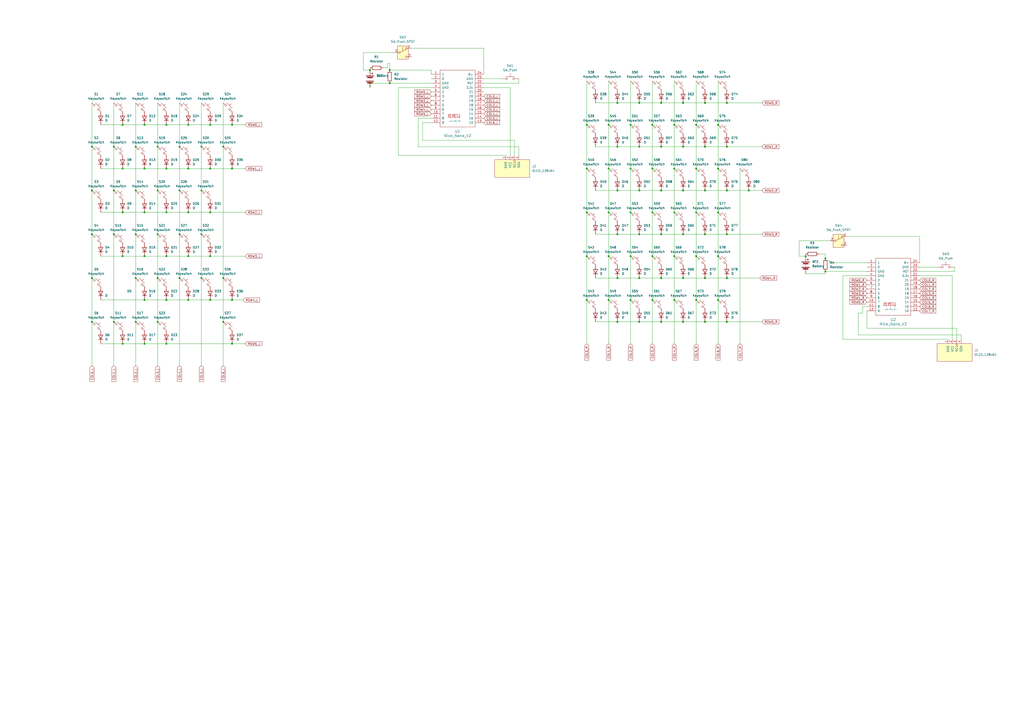
<source format=kicad_sch>
(kicad_sch (version 20231120) (generator "eeschema") (generator_version "8.0")
  (paper "A2")
  (junction (at 66.04 135.89))
  (junction (at 116.84 161.29))
  (junction (at 353.06 72.39))
  (junction (at 96.52 123.19))
  (junction (at 116.84 135.89))
  (junction (at 353.06 123.19))
  (junction (at 353.06 148.59))
  (junction (at 66.04 85.09))
  (junction (at 78.74 161.29))
  (junction (at 121.92 173.99))
  (junction (at 370.84 135.89))
  (junction (at 71.12 97.79))
  (junction (at 353.06 173.99))
  (junction (at 109.22 123.19))
  (junction (at 416.56 72.39))
  (junction (at 383.54 59.69))
  (junction (at 104.14 135.89))
  (junction (at 403.86 148.59))
  (junction (at 365.76 173.99))
  (junction (at 104.14 85.09))
  (junction (at 370.84 110.49))
  (junction (at 96.52 173.99))
  (junction (at 83.82 148.59))
  (junction (at 353.06 97.79))
  (junction (at 378.46 148.59))
  (junction (at 358.14 161.29))
  (junction (at 226.06 40.64))
  (junction (at 134.62 72.39))
  (junction (at 391.16 148.59))
  (junction (at 396.24 161.29))
  (junction (at 378.46 97.79))
  (junction (at 408.94 135.89))
  (junction (at 134.62 97.79))
  (junction (at 396.24 85.09))
  (junction (at 358.14 135.89))
  (junction (at 421.64 59.69))
  (junction (at 378.46 173.99))
  (junction (at 365.76 97.79))
  (junction (at 71.12 72.39))
  (junction (at 378.46 123.19))
  (junction (at 478.79 157.48))
  (junction (at 66.04 186.69))
  (junction (at 71.12 148.59))
  (junction (at 408.94 110.49))
  (junction (at 109.22 173.99))
  (junction (at 421.64 110.49))
  (junction (at 403.86 123.19))
  (junction (at 83.82 72.39))
  (junction (at 71.12 123.19))
  (junction (at 109.22 72.39))
  (junction (at 416.56 97.79))
  (junction (at 104.14 110.49))
  (junction (at 91.44 85.09))
  (junction (at 116.84 110.49))
  (junction (at 365.76 148.59))
  (junction (at 134.62 173.99))
  (junction (at 91.44 135.89))
  (junction (at 358.14 85.09))
  (junction (at 121.92 97.79))
  (junction (at 478.79 149.86))
  (junction (at 383.54 85.09))
  (junction (at 78.74 186.69))
  (junction (at 116.84 85.09))
  (junction (at 109.22 97.79))
  (junction (at 370.84 59.69))
  (junction (at 214.63 40.64))
  (junction (at 408.94 186.69))
  (junction (at 358.14 59.69))
  (junction (at 129.54 186.69))
  (junction (at 96.52 199.39))
  (junction (at 109.22 148.59))
  (junction (at 83.82 97.79))
  (junction (at 121.92 148.59))
  (junction (at 383.54 135.89))
  (junction (at 83.82 199.39))
  (junction (at 340.36 72.39))
  (junction (at 78.74 135.89))
  (junction (at 370.84 186.69))
  (junction (at 53.34 161.29))
  (junction (at 129.54 161.29))
  (junction (at 408.94 59.69))
  (junction (at 383.54 110.49))
  (junction (at 121.92 123.19))
  (junction (at 391.16 123.19))
  (junction (at 96.52 148.59))
  (junction (at 421.64 135.89))
  (junction (at 91.44 110.49))
  (junction (at 391.16 97.79))
  (junction (at 91.44 161.29))
  (junction (at 53.34 85.09))
  (junction (at 83.82 173.99))
  (junction (at 340.36 173.99))
  (junction (at 370.84 161.29))
  (junction (at 134.62 199.39))
  (junction (at 391.16 72.39))
  (junction (at 358.14 110.49))
  (junction (at 403.86 173.99))
  (junction (at 83.82 123.19))
  (junction (at 421.64 186.69))
  (junction (at 370.84 85.09))
  (junction (at 378.46 72.39))
  (junction (at 403.86 97.79))
  (junction (at 416.56 173.99))
  (junction (at 416.56 148.59))
  (junction (at 358.14 186.69))
  (junction (at 383.54 161.29))
  (junction (at 66.04 110.49))
  (junction (at 53.34 186.69))
  (junction (at 121.92 72.39))
  (junction (at 340.36 148.59))
  (junction (at 383.54 186.69))
  (junction (at 408.94 85.09))
  (junction (at 340.36 97.79))
  (junction (at 365.76 123.19))
  (junction (at 96.52 72.39))
  (junction (at 53.34 135.89))
  (junction (at 396.24 110.49))
  (junction (at 396.24 59.69))
  (junction (at 408.94 161.29))
  (junction (at 96.52 97.79))
  (junction (at 365.76 72.39))
  (junction (at 434.34 110.49))
  (junction (at 467.36 148.59))
  (junction (at 403.86 72.39))
  (junction (at 396.24 135.89))
  (junction (at 78.74 110.49))
  (junction (at 129.54 85.09))
  (junction (at 416.56 123.19))
  (junction (at 340.36 123.19))
  (junction (at 104.14 161.29))
  (junction (at 421.64 161.29))
  (junction (at 53.34 110.49))
  (junction (at 226.06 48.26))
  (junction (at 78.74 85.09))
  (junction (at 91.44 186.69))
  (junction (at 421.64 85.09))
  (junction (at 391.16 173.99))
  (junction (at 71.12 199.39))
  (junction (at 396.24 186.69))
  (wire (pts (xy 500.38 181.61) (xy 500.38 177.8)))
  (wire (pts (xy 96.52 173.99) (xy 109.22 173.99)))
  (wire (pts (xy 91.44 110.49) (xy 91.44 135.89)))
  (wire (pts (xy 403.86 97.79) (xy 403.86 123.19)))
  (wire (pts (xy 421.64 186.69) (xy 441.96 186.69)))
  (wire (pts (xy 245.11 71.12) (xy 250.19 71.12)))
  (wire (pts (xy 78.74 186.69) (xy 78.74 212.09)))
  (wire (pts (xy 463.55 139.7) (xy 481.33 139.7)))
  (wire (pts (xy 365.76 123.19) (xy 365.76 148.59)))
  (wire (pts (xy 116.84 110.49) (xy 116.84 135.89)))
  (wire (pts (xy 280.67 45.72) (xy 290.83 45.72)))
  (wire (pts (xy 134.62 173.99) (xy 140.97 173.99)))
  (wire (pts (xy 242.57 68.58) (xy 250.19 68.58)))
  (wire (pts (xy 121.92 72.39) (xy 134.62 72.39)))
  (wire (pts (xy 121.92 148.59) (xy 142.24 148.59)))
  (wire (pts (xy 250.19 40.64) (xy 250.19 43.18)))
  (wire (pts (xy 83.82 97.79) (xy 96.52 97.79)))
  (wire (pts (xy 370.84 135.89) (xy 383.54 135.89)))
  (wire (pts (xy 421.64 85.09) (xy 441.96 85.09)))
  (wire (pts (xy 383.54 135.89) (xy 396.24 135.89)))
  (wire (pts (xy 66.04 85.09) (xy 66.04 110.49)))
  (wire (pts (xy 53.34 161.29) (xy 53.34 186.69)))
  (wire (pts (xy 53.34 186.69) (xy 53.34 212.09)))
  (wire (pts (xy 280.67 50.8) (xy 295.91 50.8)))
  (wire (pts (xy 365.76 72.39) (xy 365.76 97.79)))
  (wire (pts (xy 474.98 147.32) (xy 478.79 147.32)))
  (wire (pts (xy 134.62 72.39) (xy 142.24 72.39)))
  (wire (pts (xy 58.42 123.19) (xy 71.12 123.19)))
  (wire (pts (xy 242.57 68.58) (xy 242.57 85.09)))
  (wire (pts (xy 345.44 110.49) (xy 358.14 110.49)))
  (wire (pts (xy 396.24 85.09) (xy 408.94 85.09)))
  (wire (pts (xy 378.46 173.99) (xy 378.46 199.39)))
  (wire (pts (xy 358.14 135.89) (xy 370.84 135.89)))
  (wire (pts (xy 58.42 173.99) (xy 83.82 173.99)))
  (wire (pts (xy 280.67 27.94) (xy 280.67 43.18)))
  (wire (pts (xy 134.62 199.39) (xy 142.24 199.39)))
  (wire (pts (xy 478.79 147.32) (xy 478.79 149.86)))
  (wire (pts (xy 345.44 85.09) (xy 358.14 85.09)))
  (wire (pts (xy 358.14 186.69) (xy 370.84 186.69)))
  (wire (pts (xy 78.74 59.69) (xy 78.74 85.09)))
  (wire (pts (xy 300.99 48.26) (xy 280.67 48.26)))
  (wire (pts (xy 210.82 30.48) (xy 210.82 40.64)))
  (wire (pts (xy 391.16 97.79) (xy 391.16 123.19)))
  (wire (pts (xy 340.36 46.99) (xy 340.36 72.39)))
  (wire (pts (xy 91.44 161.29) (xy 91.44 186.69)))
  (wire (pts (xy 66.04 110.49) (xy 66.04 135.89)))
  (wire (pts (xy 497.84 181.61) (xy 497.84 194.31)))
  (wire (pts (xy 121.92 97.79) (xy 134.62 97.79)))
  (wire (pts (xy 53.34 59.69) (xy 53.34 85.09)))
  (wire (pts (xy 396.24 135.89) (xy 408.94 135.89)))
  (wire (pts (xy 78.74 161.29) (xy 78.74 186.69)))
  (wire (pts (xy 78.74 135.89) (xy 78.74 161.29)))
  (wire (pts (xy 378.46 97.79) (xy 378.46 123.19)))
  (wire (pts (xy 383.54 110.49) (xy 396.24 110.49)))
  (wire (pts (xy 403.86 148.59) (xy 403.86 173.99)))
  (wire (pts (xy 300.99 45.72) (xy 300.99 48.26)))
  (wire (pts (xy 408.94 59.69) (xy 421.64 59.69)))
  (wire (pts (xy 467.36 147.32) (xy 467.36 148.59)))
  (wire (pts (xy 378.46 72.39) (xy 378.46 97.79)))
  (wire (pts (xy 467.36 158.75) (xy 478.79 158.75)))
  (wire (pts (xy 434.34 110.49) (xy 441.96 110.49)))
  (wire (pts (xy 129.54 186.69) (xy 129.54 212.09)))
  (wire (pts (xy 391.16 46.99) (xy 391.16 72.39)))
  (wire (pts (xy 353.06 123.19) (xy 353.06 148.59)))
  (wire (pts (xy 378.46 123.19) (xy 378.46 148.59)))
  (wire (pts (xy 116.84 135.89) (xy 116.84 161.29)))
  (wire (pts (xy 96.52 123.19) (xy 109.22 123.19)))
  (wire (pts (xy 552.45 160.02) (xy 533.4 160.02)))
  (wire (pts (xy 83.82 148.59) (xy 96.52 148.59)))
  (wire (pts (xy 53.34 135.89) (xy 53.34 161.29)))
  (wire (pts (xy 553.72 154.94) (xy 553.72 157.48)))
  (wire (pts (xy 403.86 173.99) (xy 403.86 199.39)))
  (wire (pts (xy 396.24 186.69) (xy 408.94 186.69)))
  (wire (pts (xy 408.94 110.49) (xy 421.64 110.49)))
  (wire (pts (xy 66.04 59.69) (xy 66.04 85.09)))
  (wire (pts (xy 109.22 123.19) (xy 121.92 123.19)))
  (wire (pts (xy 226.06 40.64) (xy 250.19 40.64)))
  (wire (pts (xy 109.22 72.39) (xy 121.92 72.39)))
  (wire (pts (xy 403.86 46.99) (xy 403.86 72.39)))
  (wire (pts (xy 491.49 137.16) (xy 533.4 137.16)))
  (wire (pts (xy 391.16 148.59) (xy 391.16 173.99)))
  (wire (pts (xy 353.06 72.39) (xy 353.06 97.79)))
  (wire (pts (xy 134.62 97.79) (xy 142.24 97.79)))
  (wire (pts (xy 370.84 59.69) (xy 383.54 59.69)))
  (wire (pts (xy 71.12 97.79) (xy 83.82 97.79)))
  (wire (pts (xy 365.76 97.79) (xy 365.76 123.19)))
  (wire (pts (xy 224.79 36.83) (xy 226.06 36.83)))
  (wire (pts (xy 116.84 59.69) (xy 116.84 85.09)))
  (wire (pts (xy 226.06 36.83) (xy 226.06 40.64)))
  (wire (pts (xy 109.22 148.59) (xy 121.92 148.59)))
  (wire (pts (xy 214.63 48.26) (xy 214.63 50.8)))
  (wire (pts (xy 345.44 161.29) (xy 358.14 161.29)))
  (wire (pts (xy 340.36 123.19) (xy 340.36 148.59)))
  (wire (pts (xy 416.56 123.19) (xy 416.56 148.59)))
  (wire (pts (xy 231.14 90.17) (xy 231.14 50.8)))
  (wire (pts (xy 358.14 85.09) (xy 370.84 85.09)))
  (wire (pts (xy 378.46 46.99) (xy 378.46 72.39)))
  (wire (pts (xy 383.54 59.69) (xy 396.24 59.69)))
  (wire (pts (xy 554.99 196.85) (xy 554.99 190.5)))
  (wire (pts (xy 500.38 181.61) (xy 497.84 181.61)))
  (wire (pts (xy 245.11 71.12) (xy 245.11 81.28)))
  (wire (pts (xy 345.44 186.69) (xy 358.14 186.69)))
  (wire (pts (xy 429.26 97.79) (xy 429.26 199.39)))
  (wire (pts (xy 71.12 123.19) (xy 83.82 123.19)))
  (wire (pts (xy 488.95 196.85) (xy 488.95 160.02)))
  (wire (pts (xy 121.92 173.99) (xy 134.62 173.99)))
  (wire (pts (xy 58.42 97.79) (xy 71.12 97.79)))
  (wire (pts (xy 298.45 81.28) (xy 245.11 81.28)))
  (wire (pts (xy 293.37 90.17) (xy 231.14 90.17)))
  (wire (pts (xy 358.14 110.49) (xy 370.84 110.49)))
  (wire (pts (xy 224.79 36.83) (xy 224.79 39.37)))
  (wire (pts (xy 83.82 199.39) (xy 96.52 199.39)))
  (wire (pts (xy 408.94 135.89) (xy 421.64 135.89)))
  (wire (pts (xy 403.86 72.39) (xy 403.86 97.79)))
  (wire (pts (xy 478.79 157.48) (xy 478.79 158.75)))
  (wire (pts (xy 497.84 194.31) (xy 557.53 194.31)))
  (wire (pts (xy 129.54 85.09) (xy 129.54 161.29)))
  (wire (pts (xy 96.52 199.39) (xy 134.62 199.39)))
  (wire (pts (xy 340.36 173.99) (xy 340.36 199.39)))
  (wire (pts (xy 353.06 173.99) (xy 353.06 199.39)))
  (wire (pts (xy 554.99 190.5) (xy 502.92 190.5)))
  (wire (pts (xy 83.82 123.19) (xy 96.52 123.19)))
  (wire (pts (xy 53.34 85.09) (xy 53.34 110.49)))
  (wire (pts (xy 58.42 148.59) (xy 71.12 148.59)))
  (wire (pts (xy 370.84 110.49) (xy 383.54 110.49)))
  (wire (pts (xy 502.92 180.34) (xy 502.92 190.5)))
  (wire (pts (xy 300.99 85.09) (xy 300.99 90.17)))
  (wire (pts (xy 129.54 59.69) (xy 129.54 85.09)))
  (wire (pts (xy 91.44 85.09) (xy 91.44 110.49)))
  (wire (pts (xy 370.84 186.69) (xy 383.54 186.69)))
  (wire (pts (xy 71.12 72.39) (xy 83.82 72.39)))
  (wire (pts (xy 533.4 154.94) (xy 543.56 154.94)))
  (wire (pts (xy 383.54 161.29) (xy 396.24 161.29)))
  (wire (pts (xy 383.54 85.09) (xy 396.24 85.09)))
  (wire (pts (xy 295.91 90.17) (xy 295.91 50.8)))
  (wire (pts (xy 116.84 161.29) (xy 116.84 212.09)))
  (wire (pts (xy 533.4 137.16) (xy 533.4 152.4)))
  (wire (pts (xy 58.42 72.39) (xy 71.12 72.39)))
  (wire (pts (xy 358.14 161.29) (xy 370.84 161.29)))
  (wire (pts (xy 416.56 97.79) (xy 416.56 123.19)))
  (wire (pts (xy 370.84 161.29) (xy 383.54 161.29)))
  (wire (pts (xy 66.04 135.89) (xy 66.04 186.69)))
  (wire (pts (xy 109.22 173.99) (xy 121.92 173.99)))
  (wire (pts (xy 345.44 135.89) (xy 358.14 135.89)))
  (wire (pts (xy 408.94 161.29) (xy 421.64 161.29)))
  (wire (pts (xy 224.79 39.37) (xy 222.25 39.37)))
  (wire (pts (xy 500.38 177.8) (xy 502.92 177.8)))
  (wire (pts (xy 71.12 199.39) (xy 83.82 199.39)))
  (wire (pts (xy 340.36 72.39) (xy 340.36 97.79)))
  (wire (pts (xy 91.44 59.69) (xy 91.44 85.09)))
  (wire (pts (xy 467.36 148.59) (xy 463.55 148.59)))
  (wire (pts (xy 129.54 161.29) (xy 129.54 186.69)))
  (wire (pts (xy 96.52 97.79) (xy 109.22 97.79)))
  (wire (pts (xy 53.34 110.49) (xy 53.34 135.89)))
  (wire (pts (xy 553.72 157.48) (xy 533.4 157.48)))
  (wire (pts (xy 408.94 186.69) (xy 421.64 186.69)))
  (wire (pts (xy 340.36 148.59) (xy 340.36 173.99)))
  (wire (pts (xy 104.14 85.09) (xy 104.14 110.49)))
  (wire (pts (xy 552.45 196.85) (xy 552.45 160.02)))
  (wire (pts (xy 478.79 151.13) (xy 481.33 151.13)))
  (wire (pts (xy 481.33 151.13) (xy 481.33 152.4)))
  (wire (pts (xy 78.74 85.09) (xy 78.74 110.49)))
  (wire (pts (xy 58.42 199.39) (xy 71.12 199.39)))
  (wire (pts (xy 463.55 139.7) (xy 463.55 148.59)))
  (wire (pts (xy 383.54 186.69) (xy 396.24 186.69)))
  (wire (pts (xy 549.91 196.85) (xy 488.95 196.85)))
  (wire (pts (xy 408.94 85.09) (xy 421.64 85.09)))
  (wire (pts (xy 416.56 72.39) (xy 416.56 97.79)))
  (wire (pts (xy 78.74 110.49) (xy 78.74 135.89)))
  (wire (pts (xy 104.14 110.49) (xy 104.14 135.89)))
  (wire (pts (xy 116.84 85.09) (xy 116.84 110.49)))
  (wire (pts (xy 358.14 59.69) (xy 370.84 59.69)))
  (wire (pts (xy 71.12 148.59) (xy 83.82 148.59)))
  (wire (pts (xy 365.76 148.59) (xy 365.76 173.99)))
  (wire (pts (xy 365.76 46.99) (xy 365.76 72.39)))
  (wire (pts (xy 421.64 59.69) (xy 441.96 59.69)))
  (wire (pts (xy 353.06 97.79) (xy 353.06 123.19)))
  (wire (pts (xy 96.52 148.59) (xy 109.22 148.59)))
  (wire (pts (xy 104.14 135.89) (xy 104.14 161.29)))
  (wire (pts (xy 104.14 59.69) (xy 104.14 85.09)))
  (wire (pts (xy 481.33 152.4) (xy 502.92 152.4)))
  (wire (pts (xy 353.06 148.59) (xy 353.06 173.99)))
  (wire (pts (xy 396.24 110.49) (xy 408.94 110.49)))
  (wire (pts (xy 396.24 59.69) (xy 408.94 59.69)))
  (wire (pts (xy 231.14 50.8) (xy 250.19 50.8)))
  (wire (pts (xy 83.82 173.99) (xy 96.52 173.99)))
  (wire (pts (xy 91.44 135.89) (xy 91.44 161.29)))
  (wire (pts (xy 416.56 148.59) (xy 416.56 173.99)))
  (wire (pts (xy 416.56 173.99) (xy 416.56 199.39)))
  (wire (pts (xy 242.57 85.09) (xy 300.99 85.09)))
  (wire (pts (xy 96.52 72.39) (xy 109.22 72.39)))
  (wire (pts (xy 488.95 160.02) (xy 502.92 160.02)))
  (wire (pts (xy 416.56 46.99) (xy 416.56 72.39)))
  (wire (pts (xy 478.79 149.86) (xy 478.79 151.13)))
  (wire (pts (xy 214.63 48.26) (xy 226.06 48.26)))
  (wire (pts (xy 396.24 161.29) (xy 408.94 161.29)))
  (wire (pts (xy 83.82 72.39) (xy 96.52 72.39)))
  (wire (pts (xy 557.53 194.31) (xy 557.53 196.85)))
  (wire (pts (xy 391.16 173.99) (xy 391.16 199.39)))
  (wire (pts (xy 403.86 123.19) (xy 403.86 148.59)))
  (wire (pts (xy 214.63 40.64) (xy 210.82 40.64)))
  (wire (pts (xy 298.45 90.17) (xy 298.45 81.28)))
  (wire (pts (xy 391.16 72.39) (xy 391.16 97.79)))
  (wire (pts (xy 91.44 186.69) (xy 91.44 212.09)))
  (wire (pts (xy 391.16 123.19) (xy 391.16 148.59)))
  (wire (pts (xy 421.64 110.49) (xy 434.34 110.49)))
  (wire (pts (xy 340.36 97.79) (xy 340.36 123.19)))
  (wire (pts (xy 214.63 39.37) (xy 214.63 40.64)))
  (wire (pts (xy 104.14 161.29) (xy 104.14 212.09)))
  (wire (pts (xy 345.44 59.69) (xy 358.14 59.69)))
  (wire (pts (xy 238.76 27.94) (xy 280.67 27.94)))
  (wire (pts (xy 353.06 46.99) (xy 353.06 72.39)))
  (wire (pts (xy 226.06 48.26) (xy 250.19 48.26)))
  (wire (pts (xy 109.22 97.79) (xy 121.92 97.79)))
  (wire (pts (xy 66.04 186.69) (xy 66.04 212.09)))
  (wire (pts (xy 421.64 135.89) (xy 441.96 135.89)))
  (wire (pts (xy 378.46 148.59) (xy 378.46 173.99)))
  (wire (pts (xy 121.92 123.19) (xy 142.24 123.19)))
  (wire (pts (xy 370.84 85.09) (xy 383.54 85.09)))
  (wire (pts (xy 210.82 30.48) (xy 228.6 30.48)))
  (wire (pts (xy 502.92 157.48) (xy 478.79 157.48)))
  (wire (pts (xy 421.64 161.29) (xy 440.69 161.29)))
  (wire (pts (xy 365.76 173.99) (xy 365.76 199.39)))
  (global_label "ROW5_L" (shape input) (at 250.19 66.04 180) (property "Intersheetrefs" "${INTERSHEET_REFS}" (effects (hide yes))))
  (global_label "COL1_R" (shape input) (at 353.06 199.39 270) (property "Intersheetrefs" "${INTERSHEET_REFS}" (effects (hide yes))))
  (global_label "ROW1_R" (shape input) (at 441.96 85.09 0) (property "Intersheetrefs" "${INTERSHEET_REFS}" (effects (hide yes))))
  (global_label "COL4_L" (shape input) (at 280.67 66.04 0) (property "Intersheetrefs" "${INTERSHEET_REFS}" (effects (hide yes))))
  (global_label "ROW4_L" (shape input) (at 250.19 63.5 180) (property "Intersheetrefs" "${INTERSHEET_REFS}" (effects (hide yes))))
  (global_label "COL5_R" (shape input) (at 533.4 175.26 0) (property "Intersheetrefs" "${INTERSHEET_REFS}" (effects (hide yes))))
  (global_label "COL2_R" (shape input) (at 533.4 167.64 0) (property "Intersheetrefs" "${INTERSHEET_REFS}" (effects (hide yes))))
  (global_label "COL4_R" (shape input) (at 391.16 199.39 270) (property "Intersheetrefs" "${INTERSHEET_REFS}" (effects (hide yes))))
  (global_label "ROW1_L" (shape input) (at 142.24 97.79 0) (property "Intersheetrefs" "${INTERSHEET_REFS}" (effects (hide yes))))
  (global_label "ROW3_L" (shape input) (at 250.19 60.96 180) (property "Intersheetrefs" "${INTERSHEET_REFS}" (effects (hide yes))))
  (global_label "COL1_L" (shape input) (at 280.67 58.42 0) (property "Intersheetrefs" "${INTERSHEET_REFS}" (effects (hide yes))))
  (global_label "ROW4_R" (shape input) (at 440.69 161.29 0) (property "Intersheetrefs" "${INTERSHEET_REFS}" (effects (hide yes))))
  (global_label "COL5_L" (shape input) (at 116.84 212.09 270) (property "Intersheetrefs" "${INTERSHEET_REFS}" (effects (hide yes))))
  (global_label "ROW0_L" (shape input) (at 250.19 53.34 180) (property "Intersheetrefs" "${INTERSHEET_REFS}" (effects (hide yes))))
  (global_label "COL7_R" (shape input) (at 429.26 199.39 270) (property "Intersheetrefs" "${INTERSHEET_REFS}" (effects (hide yes))))
  (global_label "ROW2_L" (shape input) (at 250.19 58.42 180) (property "Intersheetrefs" "${INTERSHEET_REFS}" (effects (hide yes))))
  (global_label "COL3_L" (shape input) (at 280.67 63.5 0) (property "Intersheetrefs" "${INTERSHEET_REFS}" (effects (hide yes))))
  (global_label "COL6_R" (shape input) (at 533.4 177.8 0) (property "Intersheetrefs" "${INTERSHEET_REFS}" (effects (hide yes))))
  (global_label "ROW5_L" (shape input) (at 142.24 199.39 0) (property "Intersheetrefs" "${INTERSHEET_REFS}" (effects (hide yes))))
  (global_label "ROW0_R" (shape input) (at 502.92 162.56 180) (property "Intersheetrefs" "${INTERSHEET_REFS}" (effects (hide yes))))
  (global_label "ROW4_R" (shape input) (at 502.92 172.72 180) (property "Intersheetrefs" "${INTERSHEET_REFS}" (effects (hide yes))))
  (global_label "COL2_L" (shape input) (at 280.67 60.96 0) (property "Intersheetrefs" "${INTERSHEET_REFS}" (effects (hide yes))))
  (global_label "COL3_L" (shape input) (at 91.44 212.09 270) (property "Intersheetrefs" "${INTERSHEET_REFS}" (effects (hide yes))))
  (global_label "COL6_L" (shape input) (at 280.67 71.12 0) (property "Intersheetrefs" "${INTERSHEET_REFS}" (effects (hide yes))))
  (global_label "ROW3_R" (shape input) (at 502.92 170.18 180) (property "Intersheetrefs" "${INTERSHEET_REFS}" (effects (hide yes))))
  (global_label "COL1_L" (shape input) (at 66.04 212.09 270) (property "Intersheetrefs" "${INTERSHEET_REFS}" (effects (hide yes))))
  (global_label "ROW0_L" (shape input) (at 142.24 72.39 0) (property "Intersheetrefs" "${INTERSHEET_REFS}" (effects (hide yes))))
  (global_label "COL6_R" (shape input) (at 416.56 199.39 270) (property "Intersheetrefs" "${INTERSHEET_REFS}" (effects (hide yes))))
  (global_label "ROW1_R" (shape input) (at 502.92 165.1 180) (property "Intersheetrefs" "${INTERSHEET_REFS}" (effects (hide yes))))
  (global_label "COL4_R" (shape input) (at 533.4 172.72 0) (property "Intersheetrefs" "${INTERSHEET_REFS}" (effects (hide yes))))
  (global_label "ROW5_R" (shape input) (at 441.96 186.69 0) (property "Intersheetrefs" "${INTERSHEET_REFS}" (effects (hide yes))))
  (global_label "COL0_L" (shape input) (at 53.34 212.09 270) (property "Intersheetrefs" "${INTERSHEET_REFS}" (effects (hide yes))))
  (global_label "COL2_R" (shape input) (at 365.76 199.39 270) (property "Intersheetrefs" "${INTERSHEET_REFS}" (effects (hide yes))))
  (global_label "ROW0_R" (shape input) (at 441.96 59.69 0) (property "Intersheetrefs" "${INTERSHEET_REFS}" (effects (hide yes))))
  (global_label "ROW2_R" (shape input) (at 441.96 110.49 0) (property "Intersheetrefs" "${INTERSHEET_REFS}" (effects (hide yes))))
  (global_label "COL2_L" (shape input) (at 78.74 212.09 270) (property "Intersheetrefs" "${INTERSHEET_REFS}" (effects (hide yes))))
  (global_label "COL0_L" (shape input) (at 280.67 55.88 0) (property "Intersheetrefs" "${INTERSHEET_REFS}" (effects (hide yes))))
  (global_label "COL7_R" (shape input) (at 533.4 180.34 0) (property "Intersheetrefs" "${INTERSHEET_REFS}" (effects (hide yes))))
  (global_label "ROW3_L" (shape input) (at 142.24 148.59 0) (property "Intersheetrefs" "${INTERSHEET_REFS}" (effects (hide yes))))
  (global_label "COL5_R" (shape input) (at 403.86 199.39 270) (property "Intersheetrefs" "${INTERSHEET_REFS}" (effects (hide yes))))
  (global_label "COL0_R" (shape input) (at 533.4 162.56 0) (property "Intersheetrefs" "${INTERSHEET_REFS}" (effects (hide yes))))
  (global_label "COL3_R" (shape input) (at 378.46 199.39 270) (property "Intersheetrefs" "${INTERSHEET_REFS}" (effects (hide yes))))
  (global_label "ROW1_L" (shape input) (at 250.19 55.88 180) (property "Intersheetrefs" "${INTERSHEET_REFS}" (effects (hide yes))))
  (global_label "COL0_R" (shape input) (at 340.36 199.39 270) (property "Intersheetrefs" "${INTERSHEET_REFS}" (effects (hide yes))))
  (global_label "ROW3_R" (shape input) (at 441.96 135.89 0) (property "Intersheetrefs" "${INTERSHEET_REFS}" (effects (hide yes))))
  (global_label "ROW2_R" (shape input) (at 502.92 167.64 180) (property "Intersheetrefs" "${INTERSHEET_REFS}" (effects (hide yes))))
  (global_label "COL4_L" (shape input) (at 104.14 212.09 270) (property "Intersheetrefs" "${INTERSHEET_REFS}" (effects (hide yes))))
  (global_label "COL3_R" (shape input) (at 533.4 170.18 0) (property "Intersheetrefs" "${INTERSHEET_REFS}" (effects (hide yes))))
  (global_label "COL5_L" (shape input) (at 280.67 68.58 0) (property "Intersheetrefs" "${INTERSHEET_REFS}" (effects (hide yes))))
  (global_label "ROW5_R" (shape input) (at 502.92 175.26 180) (property "Intersheetrefs" "${INTERSHEET_REFS}" (effects (hide yes))))
  (global_label "ROW4_L" (shape input) (at 140.97 173.99 0) (property "Intersheetrefs" "${INTERSHEET_REFS}" (effects (hide yes))))
  (global_label "ROW2_L" (shape input) (at 142.24 123.19 0) (property "Intersheetrefs" "${INTERSHEET_REFS}" (effects (hide yes))))
  (global_label "COL6_L" (shape input) (at 129.54 212.09 270) (property "Intersheetrefs" "${INTERSHEET_REFS}" (effects (hide yes))))
  (global_label "COL1_R" (shape input) (at 533.4 165.1 0) (property "Intersheetrefs" "${INTERSHEET_REFS}" (effects (hide yes))))
  (symbol (lib_id "ScottoKeebs:MCU_Nice_Nano_V2") (at 265.43 57.15 0) (unit 1)
    (property "Reference" "U1" (at 265.43 76.2 0) (effects (font (size 1.524 1.524))))
    (property "Value" "Nice_Nano_V2" (at 265.43 78.74 0) (effects (font (size 1.524 1.524))))
    (property "Footprint" "ScottoKeebs_MCU:Nice_Nano_V2" (effects (hide yes)))
  )
  (symbol (lib_id "Device:D") (at 71.12 93.98 90) (unit 1)
    (property "Reference" "D8" (at 73.66 92.7099 90) (effects (justify right)))
    (property "Value" "D" (at 73.66 95.2499 90) (effects (justify right)))
    (property "Footprint" "ScottoKeebs_Components:Diode_SOD-123" (effects (hide yes)))
    (property "Description" "Diode" (effects (hide yes)))
    (property "Sim.Device" "D" (effects (hide yes)))
    (property "Sim.Pins" "1=K 2=A" (effects (hide yes)))
  )
  (symbol (lib_id "Device:D") (at 83.82 144.78 90) (unit 1)
    (property "Reference" "D15" (at 86.36 143.5099 90) (effects (justify right)))
    (property "Value" "D" (at 86.36 146.0499 90) (effects (justify right)))
    (property "Footprint" "ScottoKeebs_Components:Diode_SOD-123" (effects (hide yes)))
    (property "Description" "Diode" (effects (hide yes)))
    (property "Sim.Device" "D" (effects (hide yes)))
    (property "Sim.Pins" "1=K 2=A" (effects (hide yes)))
  )
  (symbol (lib_id "Device:D") (at 83.82 93.98 90) (unit 1)
    (property "Reference" "D13" (at 86.36 92.7099 90) (effects (justify right)))
    (property "Value" "D" (at 86.36 95.2499 90) (effects (justify right)))
    (property "Footprint" "ScottoKeebs_Components:Diode_SOD-123" (effects (hide yes)))
    (property "Description" "Diode" (effects (hide yes)))
    (property "Sim.Device" "D" (effects (hide yes)))
    (property "Sim.Pins" "1=K 2=A" (effects (hide yes)))
  )
  (symbol (lib_id "ScottoKeebs:Placeholder_Keyswitch") (at 355.6 49.53 0) (unit 1)
    (property "Reference" "S44" (at 355.6 41.91 0))
    (property "Value" "Keyswitch" (at 355.6 44.45 0))
    (property "Footprint" "ScottoKeebs_Hotswap:Hotswap_MX_1.00u" (effects (hide yes)))
    (property "Description" "Push button switch, normally open, two pins, 45° tilted" (effects (hide yes)))
  )
  (symbol (lib_id "Device:D") (at 134.62 93.98 90) (unit 1)
    (property "Reference" "D35" (at 137.16 92.7099 90) (effects (justify right)))
    (property "Value" "D" (at 137.16 95.2499 90) (effects (justify right)))
    (property "Footprint" "ScottoKeebs_Components:Diode_SOD-123" (effects (hide yes)))
    (property "Description" "Diode" (effects (hide yes)))
    (property "Sim.Device" "D" (effects (hide yes)))
    (property "Sim.Pins" "1=K 2=A" (effects (hide yes)))
  )
  (symbol (lib_id "Device:D") (at 83.82 119.38 90) (unit 1)
    (property "Reference" "D14" (at 86.36 118.1099 90) (effects (justify right)))
    (property "Value" "D" (at 86.36 120.6499 90) (effects (justify right)))
    (property "Footprint" "ScottoKeebs_Components:Diode_SOD-123" (effects (hide yes)))
    (property "Description" "Diode" (effects (hide yes)))
    (property "Sim.Device" "D" (effects (hide yes)))
    (property "Sim.Pins" "1=K 2=A" (effects (hide yes)))
  )
  (symbol (lib_id "Device:D") (at 408.94 132.08 90) (unit 1)
    (property "Reference" "D71" (at 411.48 130.8099 90) (effects (justify right)))
    (property "Value" "D" (at 411.48 133.3499 90) (effects (justify right)))
    (property "Footprint" "ScottoKeebs_Components:Diode_SOD-123" (effects (hide yes)))
    (property "Description" "Diode" (effects (hide yes)))
    (property "Sim.Device" "D" (effects (hide yes)))
    (property "Sim.Pins" "1=K 2=A" (effects (hide yes)))
  )
  (symbol (lib_id "ScottoKeebs:Placeholder_Keyswitch") (at 381 74.93 0) (unit 1)
    (property "Reference" "S57" (at 381 67.31 0))
    (property "Value" "Keyswitch" (at 381 69.85 0))
    (property "Footprint" "ScottoKeebs_Hotswap:Hotswap_MX_1.00u" (effects (hide yes)))
    (property "Description" "Push button switch, normally open, two pins, 45° tilted" (effects (hide yes)))
  )
  (symbol (lib_id "Device:D") (at 58.42 144.78 90) (unit 1)
    (property "Reference" "D4" (at 60.96 143.5099 90) (effects (justify right)))
    (property "Value" "D" (at 60.96 146.0499 90) (effects (justify right)))
    (property "Footprint" "ScottoKeebs_Components:Diode_SOD-123" (effects (hide yes)))
    (property "Description" "Diode" (effects (hide yes)))
    (property "Sim.Device" "D" (effects (hide yes)))
    (property "Sim.Pins" "1=K 2=A" (effects (hide yes)))
  )
  (symbol (lib_id "ScottoKeebs:Placeholder_Keyswitch") (at 381 100.33 0) (unit 1)
    (property "Reference" "S58" (at 381 92.71 0))
    (property "Value" "Keyswitch" (at 381 95.25 0))
    (property "Footprint" "ScottoKeebs_Hotswap:Hotswap_MX_1.00u" (effects (hide yes)))
    (property "Description" "Push button switch, normally open, two pins, 45° tilted" (effects (hide yes)))
  )
  (symbol (lib_id "ScottoKeebs:Placeholder_Keyswitch") (at 355.6 100.33 0) (unit 1)
    (property "Reference" "S46" (at 355.6 92.71 0))
    (property "Value" "Keyswitch" (at 355.6 95.25 0))
    (property "Footprint" "ScottoKeebs_Hotswap:Hotswap_MX_1.00u" (effects (hide yes)))
    (property "Description" "Push button switch, normally open, two pins, 45° tilted" (effects (hide yes)))
  )
  (symbol (lib_id "Device:D") (at 396.24 81.28 90) (unit 1)
    (property "Reference" "D63" (at 398.78 80.0099 90) (effects (justify right)))
    (property "Value" "D" (at 398.78 82.5499 90) (effects (justify right)))
    (property "Footprint" "ScottoKeebs_Components:Diode_SOD-123" (effects (hide yes)))
    (property "Description" "Diode" (effects (hide yes)))
    (property "Sim.Device" "D" (effects (hide yes)))
    (property "Sim.Pins" "1=K 2=A" (effects (hide yes)))
  )
  (symbol (lib_id "Device:D") (at 396.24 157.48 90) (unit 1)
    (property "Reference" "D66" (at 398.78 156.2099 90) (effects (justify right)))
    (property "Value" "D" (at 398.78 158.7499 90) (effects (justify right)))
    (property "Footprint" "ScottoKeebs_Components:Diode_SOD-123" (effects (hide yes)))
    (property "Description" "Diode" (effects (hide yes)))
    (property "Sim.Device" "D" (effects (hide yes)))
    (property "Sim.Pins" "1=K 2=A" (effects (hide yes)))
  )
  (symbol (lib_id "Device:D") (at 358.14 132.08 90) (unit 1)
    (property "Reference" "D47" (at 360.68 130.8099 90) (effects (justify right)))
    (property "Value" "D" (at 360.68 133.3499 90) (effects (justify right)))
    (property "Footprint" "ScottoKeebs_Components:Diode_SOD-123" (effects (hide yes)))
    (property "Description" "Diode" (effects (hide yes)))
    (property "Sim.Device" "D" (effects (hide yes)))
    (property "Sim.Pins" "1=K 2=A" (effects (hide yes)))
  )
  (symbol (lib_id "ScottoKeebs:Placeholder_Keyswitch") (at 93.98 189.23 0) (unit 1)
    (property "Reference" "S23" (at 93.98 181.61 0))
    (property "Value" "Keyswitch" (at 93.98 184.15 0))
    (property "Footprint" "ScottoKeebs_Hotswap:Hotswap_MX_1.00u" (effects (hide yes)))
    (property "Description" "Push button switch, normally open, two pins, 45° tilted" (effects (hide yes)))
  )
  (symbol (lib_id "ScottoKeebs:Placeholder_Keyswitch") (at 93.98 62.23 0) (unit 1)
    (property "Reference" "S18" (at 93.98 54.61 0))
    (property "Value" "Keyswitch" (at 93.98 57.15 0))
    (property "Footprint" "ScottoKeebs_Hotswap:Hotswap_MX_1.00u" (effects (hide yes)))
    (property "Description" "Push button switch, normally open, two pins, 45° tilted" (effects (hide yes)))
  )
  (symbol (lib_id "Device:D") (at 134.62 170.18 90) (unit 1)
    (property "Reference" "D36" (at 137.16 168.9099 90) (effects (justify right)))
    (property "Value" "D" (at 137.16 171.4499 90) (effects (justify right)))
    (property "Footprint" "ScottoKeebs_Components:Diode_SOD-123" (effects (hide yes)))
    (property "Description" "Diode" (effects (hide yes)))
    (property "Sim.Device" "D" (effects (hide yes)))
    (property "Sim.Pins" "1=K 2=A" (effects (hide yes)))
  )
  (symbol (lib_id "ScottoKeebs:Placeholder_Keyswitch") (at 406.4 49.53 0) (unit 1)
    (property "Reference" "S68" (at 406.4 41.91 0))
    (property "Value" "Keyswitch" (at 406.4 44.45 0))
    (property "Footprint" "ScottoKeebs_Hotswap:Hotswap_MX_1.00u" (effects (hide yes)))
    (property "Description" "Push button switch, normally open, two pins, 45° tilted" (effects (hide yes)))
  )
  (symbol (lib_id "Device:D") (at 396.24 182.88 90) (unit 1)
    (property "Reference" "D67" (at 398.78 181.6099 90) (effects (justify right)))
    (property "Value" "D" (at 398.78 184.1499 90) (effects (justify right)))
    (property "Footprint" "ScottoKeebs_Components:Diode_SOD-123" (effects (hide yes)))
    (property "Description" "Diode" (effects (hide yes)))
    (property "Sim.Device" "D" (effects (hide yes)))
    (property "Sim.Pins" "1=K 2=A" (effects (hide yes)))
  )
  (symbol (lib_id "ScottoKeebs:Placeholder_Keyswitch") (at 55.88 87.63 0) (unit 1)
    (property "Reference" "S2" (at 55.88 80.01 0))
    (property "Value" "Keyswitch" (at 55.88 82.55 0))
    (property "Footprint" "ScottoKeebs_Hotswap:Hotswap_MX_1.00u" (effects (hide yes)))
    (property "Description" "Push button switch, normally open, two pins, 45° tilted" (effects (hide yes)))
  )
  (symbol (lib_id "ScottoKeebs:Placeholder_Keyswitch") (at 419.1 176.53 0) (unit 1)
    (property "Reference" "S79" (at 419.1 168.91 0))
    (property "Value" "Keyswitch" (at 419.1 171.45 0))
    (property "Footprint" "ScottoKeebs_Hotswap:Hotswap_MX_1.00u" (effects (hide yes)))
    (property "Description" "Push button switch, normally open, two pins, 45° tilted" (effects (hide yes)))
  )
  (symbol (lib_id "ScottoKeebs:Placeholder_Keyswitch") (at 93.98 113.03 0) (unit 1)
    (property "Reference" "S20" (at 93.98 105.41 0))
    (property "Value" "Keyswitch" (at 93.98 107.95 0))
    (property "Footprint" "ScottoKeebs_Hotswap:Hotswap_MX_1.00u" (effects (hide yes)))
    (property "Description" "Push button switch, normally open, two pins, 45° tilted" (effects (hide yes)))
  )
  (symbol (lib_id "Device:D") (at 345.44 132.08 90) (unit 1)
    (property "Reference" "D41" (at 347.98 130.8099 90) (effects (justify right)))
    (property "Value" "D" (at 347.98 133.3499 90) (effects (justify right)))
    (property "Footprint" "ScottoKeebs_Components:Diode_SOD-123" (effects (hide yes)))
    (property "Description" "Diode" (effects (hide yes)))
    (property "Sim.Device" "D" (effects (hide yes)))
    (property "Sim.Pins" "1=K 2=A" (effects (hide yes)))
  )
  (symbol (lib_id "Device:D") (at 421.64 106.68 90) (unit 1)
    (property "Reference" "D76" (at 424.18 105.4099 90) (effects (justify right)))
    (property "Value" "D" (at 424.18 107.9499 90) (effects (justify right)))
    (property "Footprint" "ScottoKeebs_Components:Diode_SOD-123" (effects (hide yes)))
    (property "Description" "Diode" (effects (hide yes)))
    (property "Sim.Device" "D" (effects (hide yes)))
    (property "Sim.Pins" "1=K 2=A" (effects (hide yes)))
  )
  (symbol (lib_id "ScottoKeebs:Placeholder_Keyswitch") (at 55.88 138.43 0) (unit 1)
    (property "Reference" "S4" (at 55.88 130.81 0))
    (property "Value" "Keyswitch" (at 55.88 133.35 0))
    (property "Footprint" "ScottoKeebs_Hotswap:Hotswap_MX_1.75u" (effects (hide yes)))
    (property "Description" "Push button switch, normally open, two pins, 45° tilted" (effects (hide yes)))
  )
  (symbol (lib_id "Device:D") (at 109.22 119.38 90) (unit 1)
    (property "Reference" "D26" (at 111.76 118.1099 90) (effects (justify right)))
    (property "Value" "D" (at 111.76 120.6499 90) (effects (justify right)))
    (property "Footprint" "ScottoKeebs_Components:Diode_SOD-123" (effects (hide yes)))
    (property "Description" "Diode" (effects (hide yes)))
    (property "Sim.Device" "D" (effects (hide yes)))
    (property "Sim.Pins" "1=K 2=A" (effects (hide yes)))
  )
  (symbol (lib_id "ScottoKeebs:Placeholder_Keyswitch") (at 106.68 113.03 0) (unit 1)
    (property "Reference" "S26" (at 106.68 105.41 0))
    (property "Value" "Keyswitch" (at 106.68 107.95 0))
    (property "Footprint" "ScottoKeebs_Hotswap:Hotswap_MX_1.00u" (effects (hide yes)))
    (property "Description" "Push button switch, normally open, two pins, 45° tilted" (effects (hide yes)))
  )
  (symbol (lib_id "ScottoKeebs:Placeholder_Keyswitch") (at 119.38 87.63 0) (unit 1)
    (property "Reference" "S30" (at 119.38 80.01 0))
    (property "Value" "Keyswitch" (at 119.38 82.55 0))
    (property "Footprint" "ScottoKeebs_Hotswap:Hotswap_MX_1.00u" (effects (hide yes)))
    (property "Description" "Push button switch, normally open, two pins, 45° tilted" (effects (hide yes)))
  )
  (symbol (lib_id "Device:D") (at 383.54 55.88 90) (unit 1)
    (property "Reference" "D56" (at 386.08 54.6099 90) (effects (justify right)))
    (property "Value" "D" (at 386.08 57.1499 90) (effects (justify right)))
    (property "Footprint" "ScottoKeebs_Components:Diode_SOD-123" (effects (hide yes)))
    (property "Description" "Diode" (effects (hide yes)))
    (property "Sim.Device" "D" (effects (hide yes)))
    (property "Sim.Pins" "1=K 2=A" (effects (hide yes)))
  )
  (symbol (lib_id "ScottoKeebs:Placeholder_Keyswitch") (at 342.9 100.33 0) (unit 1)
    (property "Reference" "S40" (at 342.9 92.71 0))
    (property "Value" "Keyswitch" (at 342.9 95.25 0))
    (property "Footprint" "ScottoKeebs_Hotswap:Hotswap_MX_1.00u" (effects (hide yes)))
    (property "Description" "Push button switch, normally open, two pins, 45° tilted" (effects (hide yes)))
  )
  (symbol (lib_id "Device:D") (at 71.12 195.58 90) (unit 1)
    (property "Reference" "D11" (at 73.66 194.3099 90) (effects (justify right)))
    (property "Value" "D" (at 73.66 196.8499 90) (effects (justify right)))
    (property "Footprint" "ScottoKeebs_Components:Diode_SOD-123" (effects (hide yes)))
    (property "Description" "Diode" (effects (hide yes)))
    (property "Sim.Device" "D" (effects (hide yes)))
    (property "Sim.Pins" "1=K 2=A" (effects (hide yes)))
  )
  (symbol (lib_id "Device:D") (at 121.92 119.38 90) (unit 1)
    (property "Reference" "D31" (at 124.46 118.1099 90) (effects (justify right)))
    (property "Value" "D" (at 124.46 120.6499 90) (effects (justify right)))
    (property "Footprint" "ScottoKeebs_Components:Diode_SOD-123" (effects (hide yes)))
    (property "Description" "Diode" (effects (hide yes)))
    (property "Sim.Device" "D" (effects (hide yes)))
    (property "Sim.Pins" "1=K 2=A" (effects (hide yes)))
  )
  (symbol (lib_id "ScottoKeebs:Placeholder_Keyswitch") (at 342.9 74.93 0) (unit 1)
    (property "Reference" "S39" (at 342.9 67.31 0))
    (property "Value" "Keyswitch" (at 342.9 69.85 0))
    (property "Footprint" "ScottoKeebs_Hotswap:Hotswap_MX_1.00u" (effects (hide yes)))
    (property "Description" "Push button switch, normally open, two pins, 45° tilted" (effects (hide yes)))
  )
  (symbol (lib_id "ScottoKeebs:OLED_128x64") (at 553.72 199.39 0) (unit 1)
    (property "Reference" "J1" (at 565.15 203.1999 0) (effects (justify left)))
    (property "Value" "OLED_128x64" (at 565.15 205.7399 0) (effects (justify left)))
    (property "Footprint" "ScottoKeebs_Components:OLED_128x64" (effects (hide yes)))
  )
  (symbol (lib_id "ScottoKeebs:Placeholder_Keyswitch") (at 132.08 163.83 0) (unit 1)
    (property "Reference" "S36" (at 132.08 156.21 0))
    (property "Value" "Keyswitch" (at 132.08 158.75 0))
    (property "Footprint" "ScottoKeebs_Hotswap:Hotswap_MX_1.00u" (effects (hide yes)))
    (property "Description" "Push button switch, normally open, two pins, 45° tilted" (effects (hide yes)))
  )
  (symbol (lib_id "ScottoKeebs:Placeholder_Keyswitch") (at 393.7 49.53 0) (unit 1)
    (property "Reference" "S62" (at 393.7 41.91 0))
    (property "Value" "Keyswitch" (at 393.7 44.45 0))
    (property "Footprint" "ScottoKeebs_Hotswap:Hotswap_MX_1.00u" (effects (hide yes)))
    (property "Description" "Push button switch, normally open, two pins, 45° tilted" (effects (hide yes)))
  )
  (symbol (lib_id "ScottoKeebs:Placeholder_Keyswitch") (at 106.68 163.83 0) (unit 1)
    (property "Reference" "S28" (at 106.68 156.21 0))
    (property "Value" "Keyswitch" (at 106.68 158.75 0))
    (property "Footprint" "ScottoKeebs_Hotswap:Hotswap_MX_1.00u" (effects (hide yes)))
    (property "Description" "Push button switch, normally open, two pins, 45° tilted" (effects (hide yes)))
  )
  (symbol (lib_id "Device:D") (at 421.64 132.08 90) (unit 1)
    (property "Reference" "D77" (at 424.18 130.8099 90) (effects (justify right)))
    (property "Value" "D" (at 424.18 133.3499 90) (effects (justify right)))
    (property "Footprint" "ScottoKeebs_Components:Diode_SOD-123" (effects (hide yes)))
    (property "Description" "Diode" (effects (hide yes)))
    (property "Sim.Device" "D" (effects (hide yes)))
    (property "Sim.Pins" "1=K 2=A" (effects (hide yes)))
  )
  (symbol (lib_id "Device:D") (at 345.44 106.68 90) (unit 1)
    (property "Reference" "D40" (at 347.98 105.4099 90) (effects (justify right)))
    (property "Value" "D" (at 347.98 107.9499 90) (effects (justify right)))
    (property "Footprint" "ScottoKeebs_Components:Diode_SOD-123" (effects (hide yes)))
    (property "Description" "Diode" (effects (hide yes)))
    (property "Sim.Device" "D" (effects (hide yes)))
    (property "Sim.Pins" "1=K 2=A" (effects (hide yes)))
  )
  (symbol (lib_id "Switch:SW_Push_SPDT") (at 486.41 139.7 0) (unit 1)
    (property "Reference" "SW4" (at 486.41 130.81 0))
    (property "Value" "SW_Push_SPDT" (at 486.41 133.35 0))
    (property "Footprint" "ScottoKeebs_Components:Switch_SSAL220100" (effects (hide yes)))
    (property "Description" "Momentary Switch, single pole double throw" (effects (hide yes)))
  )
  (symbol (lib_id "ScottoKeebs:Placeholder_Keyswitch") (at 406.4 151.13 0) (unit 1)
    (property "Reference" "S72" (at 406.4 143.51 0))
    (property "Value" "Keyswitch" (at 406.4 146.05 0))
    (property "Footprint" "ScottoKeebs_Hotswap:Hotswap_MX_2.25u" (effects (hide yes)))
    (property "Description" "Push button switch, normally open, two pins, 45° tilted" (effects (hide yes)))
  )
  (symbol (lib_id "ScottoKeebs:Placeholder_Keyswitch") (at 106.68 138.43 0) (unit 1)
    (property "Reference" "S27" (at 106.68 130.81 0))
    (property "Value" "Keyswitch" (at 106.68 133.35 0))
    (property "Footprint" "ScottoKeebs_Hotswap:Hotswap_MX_1.00u" (effects (hide yes)))
    (property "Description" "Push button switch, normally open, two pins, 45° tilted" (effects (hide yes)))
  )
  (symbol (lib_id "ScottoKeebs:Placeholder_Keyswitch") (at 106.68 87.63 0) (unit 1)
    (property "Reference" "S25" (at 106.68 80.01 0))
    (property "Value" "Keyswitch" (at 106.68 82.55 0))
    (property "Footprint" "ScottoKeebs_Hotswap:Hotswap_MX_1.00u" (effects (hide yes)))
    (property "Description" "Push button switch, normally open, two pins, 45° tilted" (effects (hide yes)))
  )
  (symbol (lib_id "ScottoKeebs:MCU_Nice_Nano_V2") (at 518.16 166.37 0) (unit 1)
    (property "Reference" "U2" (at 518.16 185.42 0) (effects (font (size 1.524 1.524))))
    (property "Value" "Nice_Nano_V2" (at 518.16 187.96 0) (effects (font (size 1.524 1.524))))
    (property "Footprint" "ScottoKeebs_MCU:Nice_Nano_V2" (effects (hide yes)))
  )
  (symbol (lib_id "ScottoKeebs:Placeholder_Keyswitch") (at 419.1 151.13 0) (unit 1)
    (property "Reference" "S78" (at 419.1 143.51 0))
    (property "Value" "Keyswitch" (at 419.1 146.05 0))
    (property "Footprint" "ScottoKeebs_Hotswap:Hotswap_MX_1.00u" (effects (hide yes)))
    (property "Description" "Push button switch, normally open, two pins, 45° tilted" (effects (hide yes)))
  )
  (symbol (lib_id "ScottoKeebs:Placeholder_Keyswitch") (at 68.58 87.63 0) (unit 1)
    (property "Reference" "S8" (at 68.58 80.01 0))
    (property "Value" "Keyswitch" (at 68.58 82.55 0))
    (property "Footprint" "ScottoKeebs_Hotswap:Hotswap_MX_1.00u" (effects (hide yes)))
    (property "Description" "Push button switch, normally open, two pins, 45° tilted" (effects (hide yes)))
  )
  (symbol (lib_id "ScottoKeebs:Placeholder_Keyswitch") (at 81.28 62.23 0) (unit 1)
    (property "Reference" "S12" (at 81.28 54.61 0))
    (property "Value" "Keyswitch" (at 81.28 57.15 0))
    (property "Footprint" "ScottoKeebs_Hotswap:Hotswap_MX_1.00u" (effects (hide yes)))
    (property "Description" "Push button switch, normally open, two pins, 45° tilted" (effects (hide yes)))
  )
  (symbol (lib_id "Device:D") (at 121.92 170.18 90) (unit 1)
    (property "Reference" "D33" (at 124.46 168.9099 90) (effects (justify right)))
    (property "Value" "D" (at 124.46 171.4499 90) (effects (justify right)))
    (property "Footprint" "ScottoKeebs_Components:Diode_SOD-123" (effects (hide yes)))
    (property "Description" "Diode" (effects (hide yes)))
    (property "Sim.Device" "D" (effects (hide yes)))
    (property "Sim.Pins" "1=K 2=A" (effects (hide yes)))
  )
  (symbol (lib_id "Device:D") (at 396.24 132.08 90) (unit 1)
    (property "Reference" "D65" (at 398.78 130.8099 90) (effects (justify right)))
    (property "Value" "D" (at 398.78 133.3499 90) (effects (justify right)))
    (property "Footprint" "ScottoKeebs_Components:Diode_SOD-123" (effects (hide yes)))
    (property "Description" "Diode" (effects (hide yes)))
    (property "Sim.Device" "D" (effects (hide yes)))
    (property "Sim.Pins" "1=K 2=A" (effects (hide yes)))
  )
  (symbol (lib_id "Device:D") (at 109.22 68.58 90) (unit 1)
    (property "Reference" "D24" (at 111.76 67.3099 90) (effects (justify right)))
    (property "Value" "D" (at 111.76 69.8499 90) (effects (justify right)))
    (property "Footprint" "ScottoKeebs_Components:Diode_SOD-123" (effects (hide yes)))
    (property "Description" "Diode" (effects (hide yes)))
    (property "Sim.Device" "D" (effects (hide yes)))
    (property "Sim.Pins" "1=K 2=A" (effects (hide yes)))
  )
  (symbol (lib_id "ScottoKeebs:Placeholder_Keyswitch") (at 393.7 151.13 0) (unit 1)
    (property "Reference" "S66" (at 393.7 143.51 0))
    (property "Value" "Keyswitch" (at 393.7 146.05 0))
    (property "Footprint" "ScottoKeebs_Hotswap:Hotswap_MX_1.00u" (effects (hide yes)))
    (property "Description" "Push button switch, normally open, two pins, 45° tilted" (effects (hide yes)))
  )
  (symbol (lib_id "ScottoKeebs:OLED_128x64") (at 297.18 92.71 0) (unit 1)
    (property "Reference" "J2" (at 308.61 96.5199 0) (effects (justify left)))
    (property "Value" "OLED_128x64" (at 308.61 99.0599 0) (effects (justify left)))
    (property "Footprint" "ScottoKeebs_Components:OLED_128x64" (effects (hide yes)))
  )
  (symbol (lib_id "ScottoKeebs:Placeholder_Keyswitch") (at 68.58 138.43 0) (unit 1)
    (property "Reference" "S10" (at 68.58 130.81 0))
    (property "Value" "Keyswitch" (at 68.58 133.35 0))
    (property "Footprint" "ScottoKeebs_Hotswap:Hotswap_MX_1.00u" (effects (hide yes)))
    (property "Description" "Push button switch, normally open, two pins, 45° tilted" (effects (hide yes)))
  )
  (symbol (lib_id "Device:D") (at 83.82 195.58 90) (unit 1)
    (property "Reference" "D17" (at 86.36 194.3099 90) (effects (justify right)))
    (property "Value" "D" (at 86.36 196.8499 90) (effects (justify right)))
    (property "Footprint" "ScottoKeebs_Components:Diode_SOD-123" (effects (hide yes)))
    (property "Description" "Diode" (effects (hide yes)))
    (property "Sim.Device" "D" (effects (hide yes)))
    (property "Sim.Pins" "1=K 2=A" (effects (hide yes)))
  )
  (symbol (lib_id "Device:D") (at 83.82 68.58 90) (unit 1)
    (property "Reference" "D12" (at 86.36 67.3099 90) (effects (justify right)))
    (property "Value" "D" (at 86.36 69.8499 90) (effects (justify right)))
    (property "Footprint" "ScottoKeebs_Components:Diode_SOD-123" (effects (hide yes)))
    (property "Description" "Diode" (effects (hide yes)))
    (property "Sim.Device" "D" (effects (hide yes)))
    (property "Sim.Pins" "1=K 2=A" (effects (hide yes)))
  )
  (symbol (lib_id "Device:D") (at 408.94 182.88 90) (unit 1)
    (property "Reference" "D73" (at 411.48 181.6099 90) (effects (justify right)))
    (property "Value" "D" (at 411.48 184.1499 90) (effects (justify right)))
    (property "Footprint" "ScottoKeebs_Components:Diode_SOD-123" (effects (hide yes)))
    (property "Description" "Diode" (effects (hide yes)))
    (property "Sim.Device" "D" (effects (hide yes)))
    (property "Sim.Pins" "1=K 2=A" (effects (hide yes)))
  )
  (symbol (lib_id "ScottoKeebs:Placeholder_Keyswitch") (at 355.6 125.73 0) (unit 1)
    (property "Reference" "S47" (at 355.6 118.11 0))
    (property "Value" "Keyswitch" (at 355.6 120.65 0))
    (property "Footprint" "ScottoKeebs_Hotswap:Hotswap_MX_1.00u" (effects (hide yes)))
    (property "Description" "Push button switch, normally open, two pins, 45° tilted" (effects (hide yes)))
  )
  (symbol (lib_id "Device:D") (at 58.42 195.58 90) (unit 1)
    (property "Reference" "D6" (at 60.96 194.3099 90) (effects (justify right)))
    (property "Value" "D" (at 60.96 196.8499 90) (effects (justify right)))
    (property "Footprint" "ScottoKeebs_Components:Diode_SOD-123" (effects (hide yes)))
    (property "Description" "Diode" (effects (hide yes)))
    (property "Sim.Device" "D" (effects (hide yes)))
    (property "Sim.Pins" "1=K 2=A" (effects (hide yes)))
  )
  (symbol (lib_id "ScottoKeebs:Placeholder_Keyswitch") (at 93.98 87.63 0) (unit 1)
    (property "Reference" "S19" (at 93.98 80.01 0))
    (property "Value" "Keyswitch" (at 93.98 82.55 0))
    (property "Footprint" "ScottoKeebs_Hotswap:Hotswap_MX_1.00u" (effects (hide yes)))
    (property "Description" "Push button switch, normally open, two pins, 45° tilted" (effects (hide yes)))
  )
  (symbol (lib_id "ScottoKeebs:Placeholder_Keyswitch") (at 93.98 163.83 0) (unit 1)
    (property "Reference" "S22" (at 93.98 156.21 0))
    (property "Value" "Keyswitch" (at 93.98 158.75 0))
    (property "Footprint" "ScottoKeebs_Hotswap:Hotswap_MX_1.00u" (effects (hide yes)))
    (property "Description" "Push button switch, normally open, two pins, 45° tilted" (effects (hide yes)))
  )
  (symbol (lib_id "ScottoKeebs:Placeholder_Resistor") (at 226.06 44.45 90) (unit 1)
    (property "Reference" "R2" (at 228.6 43.1799 90) (effects (justify right)))
    (property "Value" "Resistor" (at 228.6 45.7199 90) (effects (justify right)))
    (property "Footprint" "ScottoKeebs_Components:Resistor_0805" (effects (hide yes)))
    (property "Description" "Resistor" (effects (hide yes)))
  )
  (symbol (lib_id "ScottoKeebs:Placeholder_Keyswitch") (at 106.68 62.23 0) (unit 1)
    (property "Reference" "S24" (at 106.68 54.61 0))
    (property "Value" "Keyswitch" (at 106.68 57.15 0))
    (property "Footprint" "ScottoKeebs_Hotswap:Hotswap_MX_1.00u" (effects (hide yes)))
    (property "Description" "Push button switch, normally open, two pins, 45° tilted" (effects (hide yes)))
  )
  (symbol (lib_id "ScottoKeebs:Placeholder_Keyswitch") (at 81.28 138.43 0) (unit 1)
    (property "Reference" "S15" (at 81.28 130.81 0))
    (property "Value" "Keyswitch" (at 81.28 133.35 0))
    (property "Footprint" "ScottoKeebs_Hotswap:Hotswap_MX_1.00u" (effects (hide yes)))
    (property "Description" "Push button switch, normally open, two pins, 45° tilted" (effects (hide yes)))
  )
  (symbol (lib_id "ScottoKeebs:Placeholder_Keyswitch") (at 355.6 151.13 0) (unit 1)
    (property "Reference" "S48" (at 355.6 143.51 0))
    (property "Value" "Keyswitch" (at 355.6 146.05 0))
    (property "Footprint" "ScottoKeebs_Hotswap:Hotswap_MX_1.00u" (effects (hide yes)))
    (property "Description" "Push button switch, normally open, two pins, 45° tilted" (effects (hide yes)))
  )
  (symbol (lib_id "ScottoKeebs:Placeholder_Keyswitch") (at 381 151.13 0) (unit 1)
    (property "Reference" "S60" (at 381 143.51 0))
    (property "Value" "Keyswitch" (at 381 146.05 0))
    (property "Footprint" "ScottoKeebs_Hotswap:Hotswap_MX_1.00u" (effects (hide yes)))
    (property "Description" "Push button switch, normally open, two pins, 45° tilted" (effects (hide yes)))
  )
  (symbol (lib_id "ScottoKeebs:Placeholder_Keyswitch") (at 55.88 62.23 0) (unit 1)
    (property "Reference" "S1" (at 55.88 54.61 0))
    (property "Value" "Keyswitch" (at 55.88 57.15 0))
    (property "Footprint" "ScottoKeebs_Hotswap:Hotswap_MX_1.50u" (effects (hide yes)))
    (property "Description" "Push button switch, normally open, two pins, 45° tilted" (effects (hide yes)))
  )
  (symbol (lib_id "ScottoKeebs:Placeholder_Keyswitch") (at 381 176.53 0) (unit 1)
    (property "Reference" "S61" (at 381 168.91 0))
    (property "Value" "Keyswitch" (at 381 171.45 0))
    (property "Footprint" "ScottoKeebs_Hotswap:Hotswap_MX_1.00u" (effects (hide yes)))
    (property "Description" "Push button switch, normally open, two pins, 45° tilted" (effects (hide yes)))
  )
  (symbol (lib_id "ScottoKeebs:Placeholder_Keyswitch") (at 55.88 189.23 0) (unit 1)
    (property "Reference" "S6" (at 55.88 181.61 0))
    (property "Value" "Keyswitch" (at 55.88 184.15 0))
    (property "Footprint" "ScottoKeebs_Hotswap:Hotswap_MX_1.00u" (effects (hide yes)))
    (property "Description" "Push button switch, normally open, two pins, 45° tilted" (effects (hide yes)))
  )
  (symbol (lib_id "ScottoKeebs:Placeholder_Keyswitch") (at 381 49.53 0) (unit 1)
    (property "Reference" "S56" (at 381 41.91 0))
    (property "Value" "Keyswitch" (at 381 44.45 0))
    (property "Footprint" "ScottoKeebs_Hotswap:Hotswap_MX_1.00u" (effects (hide yes)))
    (property "Description" "Push button switch, normally open, two pins, 45° tilted" (effects (hide yes)))
  )
  (symbol (lib_id "ScottoKeebs:Placeholder_Keyswitch") (at 393.7 176.53 0) (unit 1)
    (property "Reference" "S67" (at 393.7 168.91 0))
    (property "Value" "Keyswitch" (at 393.7 171.45 0))
    (property "Footprint" "ScottoKeebs_Hotswap:Hotswap_MX_1.00u" (effects (hide yes)))
    (property "Description" "Push button switch, normally open, two pins, 45° tilted" (effects (hide yes)))
  )
  (symbol (lib_id "Device:D") (at 370.84 132.08 90) (unit 1)
    (property "Reference" "D53" (at 373.38 130.8099 90) (effects (justify right)))
    (property "Value" "D" (at 373.38 133.3499 90) (effects (justify right)))
    (property "Footprint" "ScottoKeebs_Components:Diode_SOD-123" (effects (hide yes)))
    (property "Description" "Diode" (effects (hide yes)))
    (property "Sim.Device" "D" (effects (hide yes)))
    (property "Sim.Pins" "1=K 2=A" (effects (hide yes)))
  )
  (symbol (lib_id "Device:D") (at 370.84 55.88 90) (unit 1)
    (property "Reference" "D50" (at 373.38 54.6099 90) (effects (justify right)))
    (property "Value" "D" (at 373.38 57.1499 90) (effects (justify right)))
    (property "Footprint" "ScottoKeebs_Components:Diode_SOD-123" (effects (hide yes)))
    (property "Description" "Diode" (effects (hide yes)))
    (property "Sim.Device" "D" (effects (hide yes)))
    (property "Sim.Pins" "1=K 2=A" (effects (hide yes)))
  )
  (symbol (lib_id "ScottoKeebs:Placeholder_Keyswitch") (at 355.6 176.53 0) (unit 1)
    (property "Reference" "S49" (at 355.6 168.91 0))
    (property "Value" "Keyswitch" (at 355.6 171.45 0))
    (property "Footprint" "ScottoKeebs_Hotswap:Hotswap_MX_1.00u" (effects (hide yes)))
    (property "Description" "Push button switch, normally open, two pins, 45° tilted" (effects (hide yes)))
  )
  (symbol (lib_id "ScottoKeebs:Placeholder_Keyswitch") (at 81.28 87.63 0) (unit 1)
    (property "Reference" "S13" (at 81.28 80.01 0))
    (property "Value" "Keyswitch" (at 81.28 82.55 0))
    (property "Footprint" "ScottoKeebs_Hotswap:Hotswap_MX_1.00u" (effects (hide yes)))
    (property "Description" "Push button switch, normally open, two pins, 45° tilted" (effects (hide yes)))
  )
  (symbol (lib_id "Device:D") (at 383.54 106.68 90) (unit 1)
    (property "Reference" "D58" (at 386.08 105.4099 90) (effects (justify right)))
    (property "Value" "D" (at 386.08 107.9499 90) (effects (justify right)))
    (property "Footprint" "ScottoKeebs_Components:Diode_SOD-123" (effects (hide yes)))
    (property "Description" "Diode" (effects (hide yes)))
    (property "Sim.Device" "D" (effects (hide yes)))
    (property "Sim.Pins" "1=K 2=A" (effects (hide yes)))
  )
  (symbol (lib_id "Device:Battery") (at 467.36 153.67 0) (unit 1)
    (property "Reference" "BT2" (at 471.17 151.8284 0) (effects (justify left)))
    (property "Value" "Battery" (at 471.17 154.3684 0) (effects (justify left)))
    (property "Footprint" "ScottoKeebs_Scotto:Battery" (effects (hide yes)))
    (property "Description" "Multiple-cell battery" (effects (hide yes)))
  )
  (symbol (lib_id "Device:D") (at 96.52 170.18 90) (unit 1)
    (property "Reference" "D22" (at 99.06 168.9099 90) (effects (justify right)))
    (property "Value" "D" (at 99.06 171.4499 90) (effects (justify right)))
    (property "Footprint" "ScottoKeebs_Components:Diode_SOD-123" (effects (hide yes)))
    (property "Description" "Diode" (effects (hide yes)))
    (property "Sim.Device" "D" (effects (hide yes)))
    (property "Sim.Pins" "1=K 2=A" (effects (hide yes)))
  )
  (symbol (lib_id "ScottoKeebs:Placeholder_Keyswitch") (at 342.9 125.73 0) (unit 1)
    (property "Reference" "S41" (at 342.9 118.11 0))
    (property "Value" "Keyswitch" (at 342.9 120.65 0))
    (property "Footprint" "ScottoKeebs_Hotswap:Hotswap_MX_1.00u" (effects (hide yes)))
    (property "Description" "Push button switch, normally open, two pins, 45° tilted" (effects (hide yes)))
  )
  (symbol (lib_id "ScottoKeebs:Placeholder_Keyswitch") (at 393.7 125.73 0) (unit 1)
    (property "Reference" "S65" (at 393.7 118.11 0))
    (property "Value" "Keyswitch" (at 393.7 120.65 0))
    (property "Footprint" "ScottoKeebs_Hotswap:Hotswap_MX_1.00u" (effects (hide yes)))
    (property "Description" "Push button switch, normally open, two pins, 45° tilted" (effects (hide yes)))
  )
  (symbol (lib_id "Device:D") (at 96.52 93.98 90) (unit 1)
    (property "Reference" "D19" (at 99.06 92.7099 90) (effects (justify right)))
    (property "Value" "D" (at 99.06 95.2499 90) (effects (justify right)))
    (property "Footprint" "ScottoKeebs_Components:Diode_SOD-123" (effects (hide yes)))
    (property "Description" "Diode" (effects (hide yes)))
    (property "Sim.Device" "D" (effects (hide yes)))
    (property "Sim.Pins" "1=K 2=A" (effects (hide yes)))
  )
  (symbol (lib_id "Switch:SW_Push") (at 548.64 154.94 0) (unit 1)
    (property "Reference" "SW3" (at 548.64 147.32 0))
    (property "Value" "SW_Push" (at 548.64 149.86 0))
    (property "Footprint" "ScottoKeebs_Components:Button_MJTP1243" (effects (hide yes)))
    (property "Description" "Push button switch, generic, two pins" (effects (hide yes)))
  )
  (symbol (lib_id "Device:D") (at 396.24 55.88 90) (unit 1)
    (property "Reference" "D62" (at 398.78 54.6099 90) (effects (justify right)))
    (property "Value" "D" (at 398.78 57.1499 90) (effects (justify right)))
    (property "Footprint" "ScottoKeebs_Components:Diode_SOD-123" (effects (hide yes)))
    (property "Description" "Diode" (effects (hide yes)))
    (property "Sim.Device" "D" (effects (hide yes)))
    (property "Sim.Pins" "1=K 2=A" (effects (hide yes)))
  )
  (symbol (lib_id "ScottoKeebs:Placeholder_Keyswitch") (at 132.08 87.63 0) (unit 1)
    (property "Reference" "S35" (at 132.08 80.01 0))
    (property "Value" "Keyswitch" (at 132.08 82.55 0))
    (property "Footprint" "ScottoKeebs_Hotswap:Hotswap_MX_1.00u" (effects (hide yes)))
    (property "Description" "Push button switch, normally open, two pins, 45° tilted" (effects (hide yes)))
  )
  (symbol (lib_id "Device:D") (at 96.52 195.58 90) (unit 1)
    (property "Reference" "D23" (at 99.06 194.3099 90) (effects (justify right)))
    (property "Value" "D" (at 99.06 196.8499 90) (effects (justify right)))
    (property "Footprint" "ScottoKeebs_Components:Diode_SOD-123" (effects (hide yes)))
    (property "Description" "Diode" (effects (hide yes)))
    (property "Sim.Device" "D" (effects (hide yes)))
    (property "Sim.Pins" "1=K 2=A" (effects (hide yes)))
  )
  (symbol (lib_id "ScottoKeebs:Placeholder_Keyswitch") (at 368.3 74.93 0) (unit 1)
    (property "Reference" "S51" (at 368.3 67.31 0))
    (property "Value" "Keyswitch" (at 368.3 69.85 0))
    (property "Footprint" "ScottoKeebs_Hotswap:Hotswap_MX_1.00u" (effects (hide yes)))
    (property "Description" "Push button switch, normally open, two pins, 45° tilted" (effects (hide yes)))
  )
  (symbol (lib_id "Device:D") (at 383.54 132.08 90) (unit 1)
    (property "Reference" "D59" (at 386.08 130.8099 90) (effects (justify right)))
    (property "Value" "D" (at 386.08 133.3499 90) (effects (justify right)))
    (property "Footprint" "ScottoKeebs_Components:Diode_SOD-123" (effects (hide yes)))
    (property "Description" "Diode" (effects (hide yes)))
    (property "Sim.Device" "D" (effects (hide yes)))
    (property "Sim.Pins" "1=K 2=A" (effects (hide yes)))
  )
  (symbol (lib_id "ScottoKeebs:Placeholder_Resistor") (at 471.17 147.32 0) (unit 1)
    (property "Reference" "R3" (at 471.17 140.97 0))
    (property "Value" "Resistor" (at 471.17 143.51 0))
    (property "Footprint" "ScottoKeebs_Components:Resistor_0402" (effects (hide yes)))
    (property "Description" "Resistor" (effects (hide yes)))
  )
  (symbol (lib_id "Device:D") (at 134.62 195.58 90) (unit 1)
    (property "Reference" "D37" (at 137.16 194.3099 90) (effects (justify right)))
    (property "Value" "D" (at 137.16 196.8499 90) (effects (justify right)))
    (property "Footprint" "ScottoKeebs_Components:Diode_SOD-123" (effects (hide yes)))
    (property "Description" "Diode" (effects (hide yes)))
    (property "Sim.Device" "D" (effects (hide yes)))
    (property "Sim.Pins" "1=K 2=A" (effects (hide yes)))
  )
  (symbol (lib_id "ScottoKeebs:Placeholder_Keyswitch") (at 381 125.73 0) (unit 1)
    (property "Reference" "S59" (at 381 118.11 0))
    (property "Value" "Keyswitch" (at 381 120.65 0))
    (property "Footprint" "ScottoKeebs_Hotswap:Hotswap_MX_1.00u" (effects (hide yes)))
    (property "Description" "Push button switch, normally open, two pins, 45° tilted" (effects (hide yes)))
  )
  (symbol (lib_id "ScottoKeebs:Placeholder_Keyswitch") (at 81.28 189.23 0) (unit 1)
    (property "Reference" "S17" (at 81.28 181.61 0))
    (property "Value" "Keyswitch" (at 81.28 184.15 0))
    (property "Footprint" "ScottoKeebs_Hotswap:Hotswap_MX_1.00u" (effects (hide yes)))
    (property "Description" "Push button switch, normally open, two pins, 45° tilted" (effects (hide yes)))
  )
  (symbol (lib_id "ScottoKeebs:Placeholder_Keyswitch") (at 419.1 49.53 0) (unit 1)
    (property "Reference" "S74" (at 419.1 41.91 0))
    (property "Value" "Keyswitch" (at 419.1 44.45 0))
    (property "Footprint" "ScottoKeebs_Hotswap:Hotswap_MX_1.00u" (effects (hide yes)))
    (property "Description" "Push button switch, normally open, two pins, 45° tilted" (effects (hide yes)))
  )
  (symbol (lib_id "ScottoKeebs:Placeholder_Keyswitch") (at 393.7 100.33 0) (unit 1)
    (property "Reference" "S64" (at 393.7 92.71 0))
    (property "Value" "Keyswitch" (at 393.7 95.25 0))
    (property "Footprint" "ScottoKeebs_Hotswap:Hotswap_MX_1.00u" (effects (hide yes)))
    (property "Description" "Push button switch, normally open, two pins, 45° tilted" (effects (hide yes)))
  )
  (symbol (lib_id "Device:D") (at 71.12 144.78 90) (unit 1)
    (property "Reference" "D10" (at 73.66 143.5099 90) (effects (justify right)))
    (property "Value" "D" (at 73.66 146.0499 90) (effects (justify right)))
    (property "Footprint" "ScottoKeebs_Components:Diode_SOD-123" (effects (hide yes)))
    (property "Description" "Diode" (effects (hide yes)))
    (property "Sim.Device" "D" (effects (hide yes)))
    (property "Sim.Pins" "1=K 2=A" (effects (hide yes)))
  )
  (symbol (lib_id "Device:D") (at 345.44 81.28 90) (unit 1)
    (property "Reference" "D39" (at 347.98 80.0099 90) (effects (justify right)))
    (property "Value" "D" (at 347.98 82.5499 90) (effects (justify right)))
    (property "Footprint" "ScottoKeebs_Components:Diode_SOD-123" (effects (hide yes)))
    (property "Description" "Diode" (effects (hide yes)))
    (property "Sim.Device" "D" (effects (hide yes)))
    (property "Sim.Pins" "1=K 2=A" (effects (hide yes)))
  )
  (symbol (lib_id "ScottoKeebs:Placeholder_Keyswitch") (at 368.3 49.53 0) (unit 1)
    (property "Reference" "S50" (at 368.3 41.91 0))
    (property "Value" "Keyswitch" (at 368.3 44.45 0))
    (property "Footprint" "ScottoKeebs_Hotswap:Hotswap_MX_1.00u" (effects (hide yes)))
    (property "Description" "Push button switch, normally open, two pins, 45° tilted" (effects (hide yes)))
  )
  (symbol (lib_id "ScottoKeebs:Placeholder_Keyswitch") (at 393.7 74.93 0) (unit 1)
    (property "Reference" "S63" (at 393.7 67.31 0))
    (property "Value" "Keyswitch" (at 393.7 69.85 0))
    (property "Footprint" "ScottoKeebs_Hotswap:Hotswap_MX_1.00u" (effects (hide yes)))
    (property "Description" "Push button switch, normally open, two pins, 45° tilted" (effects (hide yes)))
  )
  (symbol (lib_id "Device:D") (at 408.94 81.28 90) (unit 1)
    (property "Reference" "D69" (at 411.48 80.0099 90) (effects (justify right)))
    (property "Value" "D" (at 411.48 82.5499 90) (effects (justify right)))
    (property "Footprint" "ScottoKeebs_Components:Diode_SOD-123" (effects (hide yes)))
    (property "Description" "Diode" (effects (hide yes)))
    (property "Sim.Device" "D" (effects (hide yes)))
    (property "Sim.Pins" "1=K 2=A" (effects (hide yes)))
  )
  (symbol (lib_id "Device:D") (at 58.42 68.58 90) (unit 1)
    (property "Reference" "D1" (at 60.96 67.3099 90) (effects (justify right)))
    (property "Value" "D" (at 60.96 69.8499 90) (effects (justify right)))
    (property "Footprint" "ScottoKeebs_Components:Diode_SOD-123" (effects (hide yes)))
    (property "Description" "Diode" (effects (hide yes)))
    (property "Sim.Device" "D" (effects (hide yes)))
    (property "Sim.Pins" "1=K 2=A" (effects (hide yes)))
  )
  (symbol (lib_id "ScottoKeebs:Placeholder_Keyswitch") (at 55.88 163.83 0) (unit 1)
    (property "Reference" "S5" (at 55.88 156.21 0))
    (property "Value" "Keyswitch" (at 55.88 158.75 0))
    (property "Footprint" "ScottoKeebs_Hotswap:Hotswap_MX_2.25u" (effects (hide yes)))
    (property "Description" "Push button switch, normally open, two pins, 45° tilted" (effects (hide yes)))
  )
  (symbol (lib_id "Device:D") (at 83.82 170.18 90) (unit 1)
    (property "Reference" "D16" (at 86.36 168.9099 90) (effects (justify right)))
    (property "Value" "D" (at 86.36 171.4499 90) (effects (justify right)))
    (property "Footprint" "ScottoKeebs_Components:Diode_SOD-123" (effects (hide yes)))
    (property "Description" "Diode" (effects (hide yes)))
    (property "Sim.Device" "D" (effects (hide yes)))
    (property "Sim.Pins" "1=K 2=A" (effects (hide yes)))
  )
  (symbol (lib_id "Device:D") (at 383.54 81.28 90) (unit 1)
    (property "Reference" "D57" (at 386.08 80.0099 90) (effects (justify right)))
    (property "Value" "D" (at 386.08 82.5499 90) (effects (justify right)))
    (property "Footprint" "ScottoKeebs_Components:Diode_SOD-123" (effects (hide yes)))
    (property "Description" "Diode" (effects (hide yes)))
    (property "Sim.Device" "D" (effects (hide yes)))
    (property "Sim.Pins" "1=K 2=A" (effects (hide yes)))
  )
  (symbol (lib_id "ScottoKeebs:Placeholder_Keyswitch") (at 368.3 100.33 0) (unit 1)
    (property "Reference" "S52" (at 368.3 92.71 0))
    (property "Value" "Keyswitch" (at 368.3 95.25 0))
    (property "Footprint" "ScottoKeebs_Hotswap:Hotswap_MX_1.00u" (effects (hide yes)))
    (property "Description" "Push button switch, normally open, two pins, 45° tilted" (effects (hide yes)))
  )
  (symbol (lib_id "Device:D") (at 345.44 182.88 90) (unit 1)
    (property "Reference" "D43" (at 347.98 181.6099 90) (effects (justify right)))
    (property "Value" "D" (at 347.98 184.1499 90) (effects (justify right)))
    (property "Footprint" "ScottoKeebs_Components:Diode_SOD-123" (effects (hide yes)))
    (property "Description" "Diode" (effects (hide yes)))
    (property "Sim.Device" "D" (effects (hide yes)))
    (property "Sim.Pins" "1=K 2=A" (effects (hide yes)))
  )
  (symbol (lib_id "Device:D") (at 358.14 81.28 90) (unit 1)
    (property "Reference" "D45" (at 360.68 80.0099 90) (effects (justify right)))
    (property "Value" "D" (at 360.68 82.5499 90) (effects (justify right)))
    (property "Footprint" "ScottoKeebs_Components:Diode_SOD-123" (effects (hide yes)))
    (property "Description" "Diode" (effects (hide yes)))
    (property "Sim.Device" "D" (effects (hide yes)))
    (property "Sim.Pins" "1=K 2=A" (effects (hide yes)))
  )
  (symbol (lib_id "Device:D") (at 383.54 182.88 90) (unit 1)
    (property "Reference" "D61" (at 386.08 181.6099 90) (effects (justify right)))
    (property "Value" "D" (at 386.08 184.1499 90) (effects (justify right)))
    (property "Footprint" "ScottoKeebs_Components:Diode_SOD-123" (effects (hide yes)))
    (property "Description" "Diode" (effects (hide yes)))
    (property "Sim.Device" "D" (effects (hide yes)))
    (property "Sim.Pins" "1=K 2=A" (effects (hide yes)))
  )
  (symbol (lib_id "Device:D") (at 370.84 182.88 90) (unit 1)
    (property "Reference" "D55" (at 373.38 181.6099 90) (effects (justify right)))
    (property "Value" "D" (at 373.38 184.1499 90) (effects (justify right)))
    (property "Footprint" "ScottoKeebs_Components:Diode_SOD-123" (effects (hide yes)))
    (property "Description" "Diode" (effects (hide yes)))
    (property "Sim.Device" "D" (effects (hide yes)))
    (property "Sim.Pins" "1=K 2=A" (effects (hide yes)))
  )
  (symbol (lib_id "ScottoKeebs:Placeholder_Keyswitch") (at 132.08 62.23 0) (unit 1)
    (property "Reference" "S34" (at 132.08 54.61 0))
    (property "Value" "Keyswitch" (at 132.08 57.15 0))
    (property "Footprint" "ScottoKeebs_Hotswap:Hotswap_MX_1.00u" (effects (hide yes)))
    (property "Description" "Push button switch, normally open, two pins, 45° tilted" (effects (hide yes)))
  )
  (symbol (lib_id "ScottoKeebs:Placeholder_Keyswitch") (at 419.1 125.73 0) (unit 1)
    (property "Reference" "S77" (at 419.1 118.11 0))
    (property "Value" "Keyswitch" (at 419.1 120.65 0))
    (property "Footprint" "ScottoKeebs_Hotswap:Hotswap_MX_1.75u" (effects (hide yes)))
    (property "Description" "Push button switch, normally open, two pins, 45° tilted" (effects (hide yes)))
  )
  (symbol (lib_id "ScottoKeebs:Placeholder_Keyswitch") (at 68.58 62.23 0) (unit 1)
    (property "Reference" "S7" (at 68.58 54.61 0))
    (property "Value" "Keyswitch" (at 68.58 57.15 0))
    (property "Footprint" "ScottoKeebs_Hotswap:Hotswap_MX_1.00u" (effects (hide yes)))
    (property "Description" "Push button switch, normally open, two pins, 45° tilted" (effects (hide yes)))
  )
  (symbol (lib_id "Device:D") (at 421.64 55.88 90) (unit 1)
    (property "Reference" "D74" (at 424.18 54.6099 90) (effects (justify right)))
    (property "Value" "D" (at 424.18 57.1499 90) (effects (justify right)))
    (property "Footprint" "ScottoKeebs_Components:Diode_SOD-123" (effects (hide yes)))
    (property "Description" "Diode" (effects (hide yes)))
    (property "Sim.Device" "D" (effects (hide yes)))
    (property "Sim.Pins" "1=K 2=A" (effects (hide yes)))
  )
  (symbol (lib_id "ScottoKeebs:Placeholder_Keyswitch") (at 355.6 74.93 0) (unit 1)
    (property "Reference" "S45" (at 355.6 67.31 0))
    (property "Value" "Keyswitch" (at 355.6 69.85 0))
    (property "Footprint" "ScottoKeebs_Hotswap:Hotswap_MX_1.00u" (effects (hide yes)))
    (property "Description" "Push button switch, normally open, two pins, 45° tilted" (effects (hide yes)))
  )
  (symbol (lib_id "ScottoKeebs:Placeholder_Keyswitch") (at 419.1 74.93 0) (unit 1)
    (property "Reference" "S75" (at 419.1 67.31 0))
    (property "Value" "Keyswitch" (at 419.1 69.85 0))
    (property "Footprint" "ScottoKeebs_Hotswap:Hotswap_MX_1.50u" (effects (hide yes)))
    (property "Description" "Push button switch, normally open, two pins, 45° tilted" (effects (hide yes)))
  )
  (symbol (lib_id "ScottoKeebs:Placeholder_Keyswitch") (at 93.98 138.43 0) (unit 1)
    (property "Reference" "S21" (at 93.98 130.81 0))
    (property "Value" "Keyswitch" (at 93.98 133.35 0))
    (property "Footprint" "ScottoKeebs_Hotswap:Hotswap_MX_1.00u" (effects (hide yes)))
    (property "Description" "Push button switch, normally open, two pins, 45° tilted" (effects (hide yes)))
  )
  (symbol (lib_id "Device:D") (at 71.12 68.58 90) (unit 1)
    (property "Reference" "D7" (at 73.66 67.3099 90) (effects (justify right)))
    (property "Value" "D" (at 73.66 69.8499 90) (effects (justify right)))
    (property "Footprint" "ScottoKeebs_Components:Diode_SOD-123" (effects (hide yes)))
    (property "Description" "Diode" (effects (hide yes)))
    (property "Sim.Device" "D" (effects (hide yes)))
    (property "Sim.Pins" "1=K 2=A" (effects (hide yes)))
  )
  (symbol (lib_id "ScottoKeebs:Placeholder_Keyswitch") (at 68.58 189.23 0) (unit 1)
    (property "Reference" "S11" (at 68.58 181.61 0))
    (property "Value" "Keyswitch" (at 68.58 184.15 0))
    (property "Footprint" "ScottoKeebs_Hotswap:Hotswap_MX_1.00u" (effects (hide yes)))
    (property "Description" "Push button switch, normally open, two pins, 45° tilted" (effects (hide yes)))
  )
  (symbol (lib_id "Device:D") (at 121.92 144.78 90) (unit 1)
    (property "Reference" "D32" (at 124.46 143.5099 90) (effects (justify right)))
    (property "Value" "D" (at 124.46 146.0499 90) (effects (justify right)))
    (property "Footprint" "ScottoKeebs_Components:Diode_SOD-123" (effects (hide yes)))
    (property "Description" "Diode" (effects (hide yes)))
    (property "Sim.Device" "D" (effects (hide yes)))
    (property "Sim.Pins" "1=K 2=A" (effects (hide yes)))
  )
  (symbol (lib_id "ScottoKeebs:Placeholder_Keyswitch") (at 119.38 62.23 0) (unit 1)
    (property "Reference" "S29" (at 119.38 54.61 0))
    (property "Value" "Keyswitch" (at 119.38 57.15 0))
    (property "Footprint" "ScottoKeebs_Hotswap:Hotswap_MX_1.00u" (effects (hide yes)))
    (property "Description" "Push button switch, normally open, two pins, 45° tilted" (effects (hide yes)))
  )
  (symbol (lib_id "ScottoKeebs:Placeholder_Keyswitch") (at 81.28 113.03 0) (unit 1)
    (property "Reference" "S14" (at 81.28 105.41 0))
    (property "Value" "Keyswitch" (at 81.28 107.95 0))
    (property "Footprint" "ScottoKeebs_Hotswap:Hotswap_MX_1.00u" (effects (hide yes)))
    (property "Description" "Push button switch, normally open, two pins, 45° tilted" (effects (hide yes)))
  )
  (symbol (lib_id "Device:D") (at 358.14 106.68 90) (unit 1)
    (property "Reference" "D46" (at 360.68 105.4099 90) (effects (justify right)))
    (property "Value" "D" (at 360.68 107.9499 90) (effects (justify right)))
    (property "Footprint" "ScottoKeebs_Components:Diode_SOD-123" (effects (hide yes)))
    (property "Description" "Diode" (effects (hide yes)))
    (property "Sim.Device" "D" (effects (hide yes)))
    (property "Sim.Pins" "1=K 2=A" (effects (hide yes)))
  )
  (symbol (lib_id "ScottoKeebs:Placeholder_Keyswitch") (at 368.3 176.53 0) (unit 1)
    (property "Reference" "S55" (at 368.3 168.91 0))
    (property "Value" "Keyswitch" (at 368.3 171.45 0))
    (property "Footprint" "ScottoKeebs_Hotswap:Hotswap_MX_1.00u" (effects (hide yes)))
    (property "Description" "Push button switch, normally open, two pins, 45° tilted" (effects (hide yes)))
  )
  (symbol (lib_id "ScottoKeebs:Placeholder_Keyswitch") (at 368.3 151.13 0) (unit 1)
    (property "Reference" "S54" (at 368.3 143.51 0))
    (property "Value" "Keyswitch" (at 368.3 146.05 0))
    (property "Footprint" "ScottoKeebs_Hotswap:Hotswap_MX_1.00u" (effects (hide yes)))
    (property "Description" "Push button switch, normally open, two pins, 45° tilted" (effects (hide yes)))
  )
  (symbol (lib_id "Device:D") (at 121.92 93.98 90) (unit 1)
    (property "Reference" "D30" (at 124.46 92.7099 90) (effects (justify right)))
    (property "Value" "D" (at 124.46 95.2499 90) (effects (justify right)))
    (property "Footprint" "ScottoKeebs_Components:Diode_SOD-123" (effects (hide yes)))
    (property "Description" "Diode" (effects (hide yes)))
    (property "Sim.Device" "D" (effects (hide yes)))
    (property "Sim.Pins" "1=K 2=A" (effects (hide yes)))
  )
  (symbol (lib_id "Device:D") (at 383.54 157.48 90) (unit 1)
    (property "Reference" "D60" (at 386.08 156.2099 90) (effects (justify right)))
    (property "Value" "D" (at 386.08 158.7499 90) (effects (justify right)))
    (property "Footprint" "ScottoKeebs_Components:Diode_SOD-123" (effects (hide yes)))
    (property "Description" "Diode" (effects (hide yes)))
    (property "Sim.Device" "D" (effects (hide yes)))
    (property "Sim.Pins" "1=K 2=A" (effects (hide yes)))
  )
  (symbol (lib_id "Device:D") (at 96.52 144.78 90) (unit 1)
    (property "Reference" "D21" (at 99.06 143.5099 90) (effects (justify right)))
    (property "Value" "D" (at 99.06 146.0499 90) (effects (justify right)))
    (property "Footprint" "ScottoKeebs_Components:Diode_SOD-123" (effects (hide yes)))
    (property "Description" "Diode" (effects (hide yes)))
    (property "Sim.Device" "D" (effects (hide yes)))
    (property "Sim.Pins" "1=K 2=A" (effects (hide yes)))
  )
  (symbol (lib_id "ScottoKeebs:Placeholder_Resistor") (at 478.79 153.67 90) (unit 1)
    (property "Reference" "R4" (at 481.33 152.3999 90) (effects (justify right)))
    (property "Value" "Resistor" (at 481.33 154.9399 90) (effects (justify right)))
    (property "Footprint" "ScottoKeebs_Components:Resistor_0805" (effects (hide yes)))
    (property "Description" "Resistor" (effects (hide yes)))
  )
  (symbol (lib_id "ScottoKeebs:Placeholder_Keyswitch") (at 81.28 163.83 0) (unit 1)
    (property "Reference" "S16" (at 81.28 156.21 0))
    (property "Value" "Keyswitch" (at 81.28 158.75 0))
    (property "Footprint" "ScottoKeebs_Hotswap:Hotswap_MX_1.00u" (effects (hide yes)))
    (property "Description" "Push button switch, normally open, two pins, 45° tilted" (effects (hide yes)))
  )
  (symbol (lib_id "Switch:SW_Push") (at 295.91 45.72 0) (unit 1)
    (property "Reference" "SW1" (at 295.91 38.1 0))
    (property "Value" "SW_Push" (at 295.91 40.64 0))
    (property "Footprint" "ScottoKeebs_Components:Button_MJTP1243" (effects (hide yes)))
    (property "Description" "Push button switch, generic, two pins" (effects (hide yes)))
  )
  (symbol (lib_id "ScottoKeebs:Placeholder_Keyswitch") (at 431.8 100.33 0) (unit 1)
    (property "Reference" "S80" (at 431.8 92.71 0))
    (property "Value" "Keyswitch" (at 431.8 95.25 0))
    (property "Footprint" "ScottoKeebs_Hotswap:Hotswap_MX_1.00u" (effects (hide yes)))
    (property "Description" "Push button switch, normally open, two pins, 45° tilted" (effects (hide yes)))
  )
  (symbol (lib_id "Device:D") (at 134.62 68.58 90) (unit 1)
    (property "Reference" "D34" (at 137.16 67.3099 90) (effects (justify right)))
    (property "Value" "D" (at 137.16 69.8499 90) (effects (justify right)))
    (property "Footprint" "ScottoKeebs_Components:Diode_SOD-123" (effects (hide yes)))
    (property "Description" "Diode" (effects (hide yes)))
    (property "Sim.Device" "D" (effects (hide yes)))
    (property "Sim.Pins" "1=K 2=A" (effects (hide yes)))
  )
  (symbol (lib_id "Switch:SW_Push_SPDT") (at 233.68 30.48 0) (unit 1)
    (property "Reference" "SW2" (at 233.68 21.59 0))
    (property "Value" "SW_Push_SPDT" (at 233.68 24.13 0))
    (property "Footprint" "ScottoKeebs_Components:Switch_SSAL220100" (effects (hide yes)))
    (property "Description" "Momentary Switch, single pole double throw" (effects (hide yes)))
  )
  (symbol (lib_id "Device:D") (at 96.52 68.58 90) (unit 1)
    (property "Reference" "D18" (at 99.06 67.3099 90) (effects (justify right)))
    (property "Value" "D" (at 99.06 69.8499 90) (effects (justify right)))
    (property "Footprint" "ScottoKeebs_Components:Diode_SOD-123" (effects (hide yes)))
    (property "Description" "Diode" (effects (hide yes)))
    (property "Sim.Device" "D" (effects (hide yes)))
    (property "Sim.Pins" "1=K 2=A" (effects (hide yes)))
  )
  (symbol (lib_id "ScottoKeebs:Placeholder_Keyswitch") (at 406.4 176.53 0) (unit 1)
    (property "Reference" "S73" (at 406.4 168.91 0))
    (property "Value" "Keyswitch" (at 406.4 171.45 0))
    (property "Footprint" "ScottoKeebs_Hotswap:Hotswap_MX_1.00u" (effects (hide yes)))
    (property "Description" "Push button switch, normally open, two pins, 45° tilted" (effects (hide yes)))
  )
  (symbol (lib_id "Device:D") (at 408.94 55.88 90) (unit 1)
    (property "Reference" "D68" (at 411.48 54.6099 90) (effects (justify right)))
    (property "Value" "D" (at 411.48 57.1499 90) (effects (justify right)))
    (property "Footprint" "ScottoKeebs_Components:Diode_SOD-123" (effects (hide yes)))
    (property "Description" "Diode" (effects (hide yes)))
    (property "Sim.Device" "D" (effects (hide yes)))
    (property "Sim.Pins" "1=K 2=A" (effects (hide yes)))
  )
  (symbol (lib_id "ScottoKeebs:Placeholder_Resistor") (at 218.44 39.37 0) (unit 1)
    (property "Reference" "R1" (at 218.44 33.02 0))
    (property "Value" "Resistor" (at 218.44 35.56 0))
    (property "Footprint" "ScottoKeebs_Components:Resistor_0402" (effects (hide yes)))
    (property "Description" "Resistor" (effects (hide yes)))
  )
  (symbol (lib_id "Device:D") (at 96.52 119.38 90) (unit 1)
    (property "Reference" "D20" (at 99.06 118.1099 90) (effects (justify right)))
    (property "Value" "D" (at 99.06 120.6499 90) (effects (justify right)))
    (property "Footprint" "ScottoKeebs_Components:Diode_SOD-123" (effects (hide yes)))
    (property "Description" "Diode" (effects (hide yes)))
    (property "Sim.Device" "D" (effects (hide yes)))
    (property "Sim.Pins" "1=K 2=A" (effects (hide yes)))
  )
  (symbol (lib_id "Device:D") (at 421.64 182.88 90) (unit 1)
    (property "Reference" "D79" (at 424.18 181.6099 90) (effects (justify right)))
    (property "Value" "D" (at 424.18 184.1499 90) (effects (justify right)))
    (property "Footprint" "ScottoKeebs_Components:Diode_SOD-123" (effects (hide yes)))
    (property "Description" "Diode" (effects (hide yes)))
    (property "Sim.Device" "D" (effects (hide yes)))
    (property "Sim.Pins" "1=K 2=A" (effects (hide yes)))
  )
  (symbol (lib_id "Device:D") (at 345.44 55.88 90) (unit 1)
    (property "Reference" "D38" (at 347.98 54.6099 90) (effects (justify right)))
    (property "Value" "D" (at 347.98 57.1499 90) (effects (justify right)))
    (property "Footprint" "ScottoKeebs_Components:Diode_SOD-123" (effects (hide yes)))
    (property "Description" "Diode" (effects (hide yes)))
    (property "Sim.Device" "D" (effects (hide yes)))
    (property "Sim.Pins" "1=K 2=A" (effects (hide yes)))
  )
  (symbol (lib_id "ScottoKeebs:Placeholder_Keyswitch") (at 406.4 125.73 0) (unit 1)
    (property "Reference" "S71" (at 406.4 118.11 0))
    (property "Value" "Keyswitch" (at 406.4 120.65 0))
    (property "Footprint" "ScottoKeebs_Hotswap:Hotswap_MX_1.00u" (effects (hide yes)))
    (property "Description" "Push button switch, normally open, two pins, 45° tilted" (effects (hide yes)))
  )
  (symbol (lib_id "Device:D") (at 370.84 157.48 90) (unit 1)
    (property "Reference" "D54" (at 373.38 156.2099 90) (effects (justify right)))
    (property "Value" "D" (at 373.38 158.7499 90) (effects (justify right)))
    (property "Footprint" "ScottoKeebs_Components:Diode_SOD-123" (effects (hide yes)))
    (property "Description" "Diode" (effects (hide yes)))
    (property "Sim.Device" "D" (effects (hide yes)))
    (property "Sim.Pins" "1=K 2=A" (effects (hide yes)))
  )
  (symbol (lib_id "ScottoKeebs:Placeholder_Keyswitch") (at 342.9 151.13 0) (unit 1)
    (property "Reference" "S42" (at 342.9 143.51 0))
    (property "Value" "Keyswitch" (at 342.9 146.05 0))
    (property "Footprint" "ScottoKeebs_Hotswap:Hotswap_MX_1.00u" (effects (hide yes)))
    (property "Description" "Push button switch, normally open, two pins, 45° tilted" (effects (hide yes)))
  )
  (symbol (lib_id "Device:D") (at 58.42 170.18 90) (unit 1)
    (property "Reference" "D5" (at 73.66 168.9099 90) (effects (justify right)))
    (property "Value" "D" (at 60.96 171.4499 90) (effects (justify right)))
    (property "Footprint" "ScottoKeebs_Components:Diode_SOD-123" (effects (hide yes)))
    (property "Description" "Diode" (effects (hide yes)))
    (property "Sim.Device" "D" (effects (hide yes)))
    (property "Sim.Pins" "1=K 2=A" (effects (hide yes)))
  )
  (symbol (lib_id "Device:D") (at 421.64 81.28 90) (unit 1)
    (property "Reference" "D75" (at 424.18 80.0099 90) (effects (justify right)))
    (property "Value" "D" (at 424.18 82.5499 90) (effects (justify right)))
    (property "Footprint" "ScottoKeebs_Components:Diode_SOD-123" (effects (hide yes)))
    (property "Description" "Diode" (effects (hide yes)))
    (property "Sim.Device" "D" (effects (hide yes)))
    (property "Sim.Pins" "1=K 2=A" (effects (hide yes)))
  )
  (symbol (lib_id "Device:D") (at 121.92 68.58 90) (unit 1)
    (property "Reference" "D29" (at 124.46 67.3099 90) (effects (justify right)))
    (property "Value" "D" (at 124.46 69.8499 90) (effects (justify right)))
    (property "Footprint" "ScottoKeebs_Components:Diode_SOD-123" (effects (hide yes)))
    (property "Description" "Diode" (effects (hide yes)))
    (property "Sim.Device" "D" (effects (hide yes)))
    (property "Sim.Pins" "1=K 2=A" (effects (hide yes)))
  )
  (symbol (lib_id "ScottoKeebs:Placeholder_Keyswitch") (at 55.88 113.03 0) (unit 1)
    (property "Reference" "S3" (at 55.88 105.41 0))
    (property "Value" "Keyswitch" (at 55.88 107.95 0))
    (property "Footprint" "ScottoKeebs_Hotswap:Hotswap_MX_1.50u" (effects (hide yes)))
    (property "Description" "Push button switch, normally open, two pins, 45° tilted" (effects (hide yes)))
  )
  (symbol (lib_id "ScottoKeebs:Placeholder_Keyswitch") (at 406.4 74.93 0) (unit 1)
    (property "Reference" "S69" (at 406.4 67.31 0))
    (property "Value" "Keyswitch" (at 406.4 69.85 0))
    (property "Footprint" "ScottoKeebs_Hotswap:Hotswap_MX_1.00u" (effects (hide yes)))
    (property "Description" "Push button switch, normally open, two pins, 45° tilted" (effects (hide yes)))
  )
  (symbol (lib_id "Device:D") (at 396.24 106.68 90) (unit 1)
    (property "Reference" "D64" (at 398.78 105.4099 90) (effects (justify right)))
    (property "Value" "D" (at 398.78 107.9499 90) (effects (justify right)))
    (property "Footprint" "ScottoKeebs_Components:Diode_SOD-123" (effects (hide yes)))
    (property "Description" "Diode" (effects (hide yes)))
    (property "Sim.Device" "D" (effects (hide yes)))
    (property "Sim.Pins" "1=K 2=A" (effects (hide yes)))
  )
  (symbol (lib_id "ScottoKeebs:Placeholder_Keyswitch") (at 419.1 100.33 0) (unit 1)
    (property "Reference" "S76" (at 419.1 92.71 0))
    (property "Value" "Keyswitch" (at 419.1 95.25 0))
    (property "Footprint" "ScottoKeebs_Hotswap:Hotswap_MX_1.00u" (effects (hide yes)))
    (property "Description" "Push button switch, normally open, two pins, 45° tilted" (effects (hide yes)))
  )
  (symbol (lib_id "Device:D") (at 109.22 170.18 90) (unit 1)
    (property "Reference" "D28" (at 111.76 168.9099 90) (effects (justify right)))
    (property "Value" "D" (at 111.76 171.4499 90) (effects (justify right)))
    (property "Footprint" "ScottoKeebs_Components:Diode_SOD-123" (effects (hide yes)))
    (property "Description" "Diode" (effects (hide yes)))
    (property "Sim.Device" "D" (effects (hide yes)))
    (property "Sim.Pins" "1=K 2=A" (effects (hide yes)))
  )
  (symbol (lib_id "ScottoKeebs:Placeholder_Keyswitch") (at 342.9 49.53 0) (unit 1)
    (property "Reference" "S38" (at 342.9 41.91 0))
    (property "Value" "Keyswitch" (at 342.9 44.45 0))
    (property "Footprint" "ScottoKeebs_Hotswap:Hotswap_MX_1.00u" (effects (hide yes)))
    (property "Description" "Push button switch, normally open, two pins, 45° tilted" (effects (hide yes)))
  )
  (symbol (lib_id "ScottoKeebs:Placeholder_Keyswitch") (at 368.3 125.73 0) (unit 1)
    (property "Reference" "S53" (at 368.3 118.11 0))
    (property "Value" "Keyswitch" (at 368.3 120.65 0))
    (property "Footprint" "ScottoKeebs_Hotswap:Hotswap_MX_1.00u" (effects (hide yes)))
    (property "Description" "Push button switch, normally open, two pins, 45° tilted" (effects (hide yes)))
  )
  (symbol (lib_id "ScottoKeebs:Placeholder_Keyswitch") (at 68.58 113.03 0) (unit 1)
    (property "Reference" "S9" (at 68.58 105.41 0))
    (property "Value" "Keyswitch" (at 68.58 107.95 0))
    (property "Footprint" "ScottoKeebs_Hotswap:Hotswap_MX_1.00u" (effects (hide yes)))
    (property "Description" "Push button switch, normally open, two pins, 45° tilted" (effects (hide yes)))
  )
  (symbol (lib_id "Device:Battery") (at 214.63 45.72 0) (unit 1)
    (property "Reference" "BT1" (at 218.44 43.8784 0) (effects (justify left)))
    (property "Value" "Battery" (at 218.44 43.8784 0) (effects (justify left)))
    (property "Footprint" "ScottoKeebs_Scotto:Battery" (effects (hide yes)))
    (property "Description" "Multiple-cell battery" (effects (hide yes)))
  )
  (symbol (lib_id "Device:D") (at 434.34 106.68 90) (unit 1)
    (property "Reference" "D80" (at 436.88 105.4099 90) (effects (justify right)))
    (property "Value" "D" (at 436.88 107.9499 90) (effects (justify right)))
    (property "Footprint" "ScottoKeebs_Components:Diode_SOD-123" (effects (hide yes)))
    (property "Description" "Diode" (effects (hide yes)))
    (property "Sim.Device" "D" (effects (hide yes)))
    (property "Sim.Pins" "1=K 2=A" (effects (hide yes)))
  )
  (symbol (lib_id "ScottoKeebs:Placeholder_Keyswitch") (at 342.9 176.53 0) (unit 1)
    (property "Reference" "S43" (at 342.9 168.91 0))
    (property "Value" "Keyswitch" (at 342.9 171.45 0))
    (property "Footprint" "ScottoKeebs_Hotswap:Hotswap_MX_4.00u" (effects (hide yes)))
    (property "Description" "Push button switch, normally open, two pins, 45° tilted" (effects (hide yes)))
  )
  (symbol (lib_id "ScottoKeebs:Placeholder_Keyswitch") (at 119.38 163.83 0) (unit 1)
    (property "Reference" "S33" (at 119.38 156.21 0))
    (property "Value" "Keyswitch" (at 119.38 158.75 0))
    (property "Footprint" "ScottoKeebs_Hotswap:Hotswap_MX_1.00u" (effects (hide yes)))
    (property "Description" "Push button switch, normally open, two pins, 45° tilted" (effects (hide yes)))
  )
  (symbol (lib_id "Device:D") (at 358.14 55.88 90) (unit 1)
    (property "Reference" "D44" (at 360.68 54.6099 90) (effects (justify right)))
    (property "Value" "D" (at 360.68 57.1499 90) (effects (justify right)))
    (property "Footprint" "ScottoKeebs_Components:Diode_SOD-123" (effects (hide yes)))
    (property "Description" "Diode" (effects (hide yes)))
    (property "Sim.Device" "D" (effects (hide yes)))
    (property "Sim.Pins" "1=K 2=A" (effects (hide yes)))
  )
  (symbol (lib_id "Device:D") (at 71.12 119.38 90) (unit 1)
    (property "Reference" "D9" (at 73.66 118.1099 90) (effects (justify right)))
    (property "Value" "D" (at 73.66 120.6499 90) (effects (justify right)))
    (property "Footprint" "ScottoKeebs_Components:Diode_SOD-123" (effects (hide yes)))
    (property "Description" "Diode" (effects (hide yes)))
    (property "Sim.Device" "D" (effects (hide yes)))
    (property "Sim.Pins" "1=K 2=A" (effects (hide yes)))
  )
  (symbol (lib_id "ScottoKeebs:Placeholder_Keyswitch") (at 132.08 189.23 0) (unit 1)
    (property "Reference" "S37" (at 132.08 181.61 0))
    (property "Value" "Keyswitch" (at 132.08 184.15 0))
    (property "Footprint" "ScottoKeebs_Hotswap:Hotswap_MX_3.00u" (effects (hide yes)))
    (property "Description" "Push button switch, normally open, two pins, 45° tilted" (effects (hide yes)))
  )
  (symbol (lib_id "Device:D") (at 358.14 157.48 90) (unit 1)
    (property "Reference" "D48" (at 360.68 156.2099 90) (effects (justify right)))
    (property "Value" "D" (at 360.68 158.7499 90) (effects (justify right)))
    (property "Footprint" "ScottoKeebs_Components:Diode_SOD-123" (effects (hide yes)))
    (property "Description" "Diode" (effects (hide yes)))
    (property "Sim.Device" "D" (effects (hide yes)))
    (property "Sim.Pins" "1=K 2=A" (effects (hide yes)))
  )
  (symbol (lib_id "Device:D") (at 109.22 93.98 90) (unit 1)
    (property "Reference" "D25" (at 111.76 92.7099 90) (effects (justify right)))
    (property "Value" "D" (at 111.76 95.2499 90) (effects (justify right)))
    (property "Footprint" "ScottoKeebs_Components:Diode_SOD-123" (effects (hide yes)))
    (property "Description" "Diode" (effects (hide yes)))
    (property "Sim.Device" "D" (effects (hide yes)))
    (property "Sim.Pins" "1=K 2=A" (effects (hide yes)))
  )
  (symbol (lib_id "Device:D") (at 421.64 157.48 90) (unit 1)
    (property "Reference" "D78" (at 424.18 156.2099 90) (effects (justify right)))
    (property "Value" "D" (at 424.18 158.7499 90) (effects (justify right)))
    (property "Footprint" "ScottoKeebs_Components:Diode_SOD-123" (effects (hide yes)))
    (property "Description" "Diode" (effects (hide yes)))
    (property "Sim.Device" "D" (effects (hide yes)))
    (property "Sim.Pins" "1=K 2=A" (effects (hide yes)))
  )
  (symbol (lib_id "ScottoKeebs:Placeholder_Keyswitch") (at 406.4 100.33 0) (unit 1)
    (property "Reference" "S70" (at 406.4 92.71 0))
    (property "Value" "Keyswitch" (at 406.4 95.25 0))
    (property "Footprint" "ScottoKeebs_Hotswap:Hotswap_MX_1.00u" (effects (hide yes)))
    (property "Description" "Push button switch, normally open, two pins, 45° tilted" (effects (hide yes)))
  )
  (symbol (lib_id "Device:D") (at 58.42 93.98 90) (unit 1)
    (property "Reference" "D2" (at 60.96 92.7099 90) (effects (justify right)))
    (property "Value" "D" (at 60.96 95.2499 90) (effects (justify right)))
    (property "Footprint" "ScottoKeebs_Components:Diode_SOD-123" (effects (hide yes)))
    (property "Description" "Diode" (effects (hide yes)))
    (property "Sim.Device" "D" (effects (hide yes)))
    (property "Sim.Pins" "1=K 2=A" (effects (hide yes)))
  )
  (symbol (lib_id "Device:D") (at 408.94 157.48 90) (unit 1)
    (property "Reference" "D72" (at 411.48 156.2099 90) (effects (justify right)))
    (property "Value" "D" (at 411.48 158.7499 90) (effects (justify right)))
    (property "Footprint" "ScottoKeebs_Components:Diode_SOD-123" (effects (hide yes)))
    (property "Description" "Diode" (effects (hide yes)))
    (property "Sim.Device" "D" (effects (hide yes)))
    (property "Sim.Pins" "1=K 2=A" (effects (hide yes)))
  )
  (symbol (lib_id "Device:D") (at 109.22 144.78 90) (unit 1)
    (property "Reference" "D27" (at 111.76 143.5099 90) (effects (justify right)))
    (property "Value" "D" (at 111.76 146.0499 90) (effects (justify right)))
    (property "Footprint" "ScottoKeebs_Components:Diode_SOD-123" (effects (hide yes)))
    (property "Description" "Diode" (effects (hide yes)))
    (property "Sim.Device" "D" (effects (hide yes)))
    (property "Sim.Pins" "1=K 2=A" (effects (hide yes)))
  )
  (symbol (lib_id "ScottoKeebs:Placeholder_Keyswitch") (at 119.38 113.03 0) (unit 1)
    (property "Reference" "S31" (at 119.38 105.41 0))
    (property "Value" "Keyswitch" (at 119.38 107.95 0))
    (property "Footprint" "ScottoKeebs_Hotswap:Hotswap_MX_1.00u" (effects (hide yes)))
    (property "Description" "Push button switch, normally open, two pins, 45° tilted" (effects (hide yes)))
  )
  (symbol (lib_id "Device:D") (at 370.84 106.68 90) (unit 1)
    (property "Reference" "D52" (at 373.38 105.4099 90) (effects (justify right)))
    (property "Value" "D" (at 373.38 107.9499 90) (effects (justify right)))
    (property "Footprint" "ScottoKeebs_Components:Diode_SOD-123" (effects (hide yes)))
    (property "Description" "Diode" (effects (hide yes)))
    (property "Sim.Device" "D" (effects (hide yes)))
    (property "Sim.Pins" "1=K 2=A" (effects (hide yes)))
  )
  (symbol (lib_id "Device:D") (at 358.14 182.88 90) (unit 1)
    (property "Reference" "D49" (at 360.68 181.6099 90) (effects (justify right)))
    (property "Value" "D" (at 360.68 184.1499 90) (effects (justify right)))
    (property "Footprint" "ScottoKeebs_Components:Diode_SOD-123" (effects (hide yes)))
    (property "Description" "Diode" (effects (hide yes)))
    (property "Sim.Device" "D" (effects (hide yes)))
    (property "Sim.Pins" "1=K 2=A" (effects (hide yes)))
  )
  (symbol (lib_id "Device:D") (at 408.94 106.68 90) (unit 1)
    (property "Reference" "D70" (at 411.48 105.4099 90) (effects (justify right)))
    (property "Value" "D" (at 411.48 107.9499 90) (effects (justify right)))
    (property "Footprint" "ScottoKeebs_Components:Diode_SOD-123" (effects (hide yes)))
    (property "Description" "Diode" (effects (hide yes)))
    (property "Sim.Device" "D" (effects (hide yes)))
    (property "Sim.Pins" "1=K 2=A" (effects (hide yes)))
  )
  (symbol (lib_id "Device:D") (at 370.84 81.28 90) (unit 1)
    (property "Reference" "D51" (at 373.38 80.0099 90) (effects (justify right)))
    (property "Value" "D" (at 373.38 82.5499 90) (effects (justify right)))
    (property "Footprint" "ScottoKeebs_Components:Diode_SOD-123" (effects (hide yes)))
    (property "Description" "Diode" (effects (hide yes)))
    (property "Sim.Device" "D" (effects (hide yes)))
    (property "Sim.Pins" "1=K 2=A" (effects (hide yes)))
  )
  (symbol (lib_id "ScottoKeebs:Placeholder_Keyswitch") (at 119.38 138.43 0) (unit 1)
    (property "Reference" "S32" (at 119.38 130.81 0))
    (property "Value" "Keyswitch" (at 119.38 133.35 0))
    (property "Footprint" "ScottoKeebs_Hotswap:Hotswap_MX_1.00u" (effects (hide yes)))
    (property "Description" "Push button switch, normally open, two pins, 45° tilted" (effects (hide yes)))
  )
  (symbol (lib_id "Device:D") (at 345.44 157.48 90) (unit 1)
    (property "Reference" "D42" (at 347.98 156.2099 90) (effects (justify right)))
    (property "Value" "D" (at 347.98 158.7499 90) (effects (justify right)))
    (property "Footprint" "ScottoKeebs_Components:Diode_SOD-123" (effects (hide yes)))
    (property "Description" "Diode" (effects (hide yes)))
    (property "Sim.Device" "D" (effects (hide yes)))
    (property "Sim.Pins" "1=K 2=A" (effects (hide yes)))
  )
  (symbol (lib_id "Device:D") (at 58.42 119.38 90) (unit 1)
    (property "Reference" "D3" (at 60.96 118.1099 90) (effects (justify right)))
    (property "Value" "D" (at 60.96 120.6499 90) (effects (justify right)))
    (property "Footprint" "ScottoKeebs_Components:Diode_SOD-123" (effects (hide yes)))
    (property "Description" "Diode" (effects (hide yes)))
    (property "Sim.Device" "D" (effects (hide yes)))
    (property "Sim.Pins" "1=K 2=A" (effects (hide yes)))
  )
)
</source>
